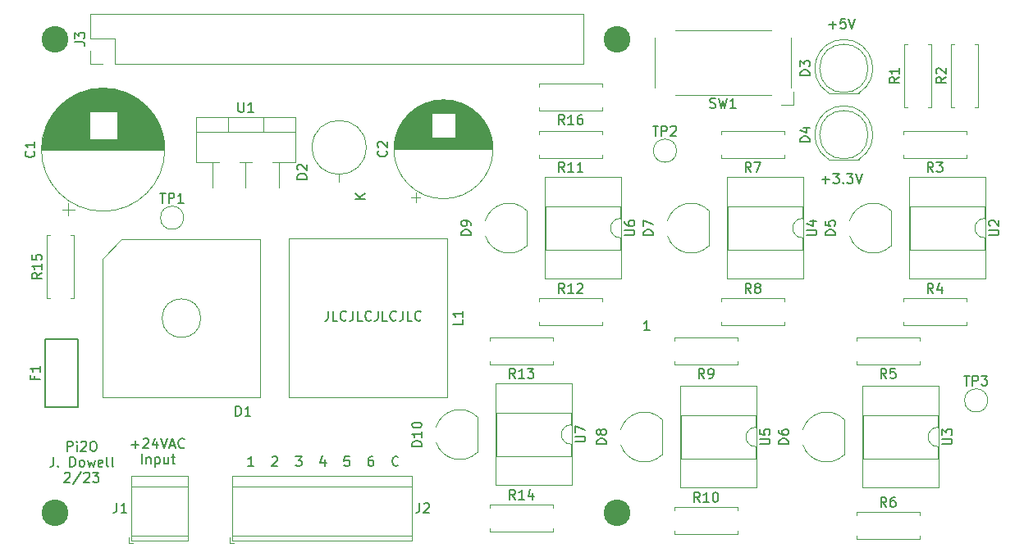
<source format=gbr>
%TF.GenerationSoftware,KiCad,Pcbnew,(6.0.11-0)*%
%TF.CreationDate,2023-02-13T11:09:09-07:00*%
%TF.ProjectId,Pi20,50693230-2e6b-4696-9361-645f70636258,rev?*%
%TF.SameCoordinates,Original*%
%TF.FileFunction,Legend,Top*%
%TF.FilePolarity,Positive*%
%FSLAX46Y46*%
G04 Gerber Fmt 4.6, Leading zero omitted, Abs format (unit mm)*
G04 Created by KiCad (PCBNEW (6.0.11-0)) date 2023-02-13 11:09:09*
%MOMM*%
%LPD*%
G01*
G04 APERTURE LIST*
%ADD10C,0.150000*%
%ADD11C,0.180000*%
%ADD12C,0.120000*%
%ADD13C,2.750000*%
G04 APERTURE END LIST*
D10*
X67720952Y-70692380D02*
X67720952Y-71406666D01*
X67673333Y-71549523D01*
X67578095Y-71644761D01*
X67435238Y-71692380D01*
X67340000Y-71692380D01*
X68673333Y-71692380D02*
X68197142Y-71692380D01*
X68197142Y-70692380D01*
X69578095Y-71597142D02*
X69530476Y-71644761D01*
X69387619Y-71692380D01*
X69292380Y-71692380D01*
X69149523Y-71644761D01*
X69054285Y-71549523D01*
X69006666Y-71454285D01*
X68959047Y-71263809D01*
X68959047Y-71120952D01*
X69006666Y-70930476D01*
X69054285Y-70835238D01*
X69149523Y-70740000D01*
X69292380Y-70692380D01*
X69387619Y-70692380D01*
X69530476Y-70740000D01*
X69578095Y-70787619D01*
X70292380Y-70692380D02*
X70292380Y-71406666D01*
X70244761Y-71549523D01*
X70149523Y-71644761D01*
X70006666Y-71692380D01*
X69911428Y-71692380D01*
X71244761Y-71692380D02*
X70768571Y-71692380D01*
X70768571Y-70692380D01*
X72149523Y-71597142D02*
X72101904Y-71644761D01*
X71959047Y-71692380D01*
X71863809Y-71692380D01*
X71720952Y-71644761D01*
X71625714Y-71549523D01*
X71578095Y-71454285D01*
X71530476Y-71263809D01*
X71530476Y-71120952D01*
X71578095Y-70930476D01*
X71625714Y-70835238D01*
X71720952Y-70740000D01*
X71863809Y-70692380D01*
X71959047Y-70692380D01*
X72101904Y-70740000D01*
X72149523Y-70787619D01*
X72863809Y-70692380D02*
X72863809Y-71406666D01*
X72816190Y-71549523D01*
X72720952Y-71644761D01*
X72578095Y-71692380D01*
X72482857Y-71692380D01*
X73816190Y-71692380D02*
X73340000Y-71692380D01*
X73340000Y-70692380D01*
X74720952Y-71597142D02*
X74673333Y-71644761D01*
X74530476Y-71692380D01*
X74435238Y-71692380D01*
X74292380Y-71644761D01*
X74197142Y-71549523D01*
X74149523Y-71454285D01*
X74101904Y-71263809D01*
X74101904Y-71120952D01*
X74149523Y-70930476D01*
X74197142Y-70835238D01*
X74292380Y-70740000D01*
X74435238Y-70692380D01*
X74530476Y-70692380D01*
X74673333Y-70740000D01*
X74720952Y-70787619D01*
X75435238Y-70692380D02*
X75435238Y-71406666D01*
X75387619Y-71549523D01*
X75292380Y-71644761D01*
X75149523Y-71692380D01*
X75054285Y-71692380D01*
X76387619Y-71692380D02*
X75911428Y-71692380D01*
X75911428Y-70692380D01*
X77292380Y-71597142D02*
X77244761Y-71644761D01*
X77101904Y-71692380D01*
X77006666Y-71692380D01*
X76863809Y-71644761D01*
X76768571Y-71549523D01*
X76720952Y-71454285D01*
X76673333Y-71263809D01*
X76673333Y-71120952D01*
X76720952Y-70930476D01*
X76768571Y-70835238D01*
X76863809Y-70740000D01*
X77006666Y-70692380D01*
X77101904Y-70692380D01*
X77244761Y-70740000D01*
X77292380Y-70787619D01*
X100885714Y-72686380D02*
X100314285Y-72686380D01*
X100600000Y-72686380D02*
X100600000Y-71686380D01*
X100504761Y-71829238D01*
X100409523Y-71924476D01*
X100314285Y-71972095D01*
D11*
X47439523Y-84486428D02*
X48201428Y-84486428D01*
X47820476Y-84867380D02*
X47820476Y-84105476D01*
X48630000Y-83962619D02*
X48677619Y-83915000D01*
X48772857Y-83867380D01*
X49010952Y-83867380D01*
X49106190Y-83915000D01*
X49153809Y-83962619D01*
X49201428Y-84057857D01*
X49201428Y-84153095D01*
X49153809Y-84295952D01*
X48582380Y-84867380D01*
X49201428Y-84867380D01*
X50058571Y-84200714D02*
X50058571Y-84867380D01*
X49820476Y-83819761D02*
X49582380Y-84534047D01*
X50201428Y-84534047D01*
X50439523Y-83867380D02*
X50772857Y-84867380D01*
X51106190Y-83867380D01*
X51391904Y-84581666D02*
X51868095Y-84581666D01*
X51296666Y-84867380D02*
X51630000Y-83867380D01*
X51963333Y-84867380D01*
X52868095Y-84772142D02*
X52820476Y-84819761D01*
X52677619Y-84867380D01*
X52582380Y-84867380D01*
X52439523Y-84819761D01*
X52344285Y-84724523D01*
X52296666Y-84629285D01*
X52249047Y-84438809D01*
X52249047Y-84295952D01*
X52296666Y-84105476D01*
X52344285Y-84010238D01*
X52439523Y-83915000D01*
X52582380Y-83867380D01*
X52677619Y-83867380D01*
X52820476Y-83915000D01*
X52868095Y-83962619D01*
X48487142Y-86477380D02*
X48487142Y-85477380D01*
X48963333Y-85810714D02*
X48963333Y-86477380D01*
X48963333Y-85905952D02*
X49010952Y-85858333D01*
X49106190Y-85810714D01*
X49249047Y-85810714D01*
X49344285Y-85858333D01*
X49391904Y-85953571D01*
X49391904Y-86477380D01*
X49868095Y-85810714D02*
X49868095Y-86810714D01*
X49868095Y-85858333D02*
X49963333Y-85810714D01*
X50153809Y-85810714D01*
X50249047Y-85858333D01*
X50296666Y-85905952D01*
X50344285Y-86001190D01*
X50344285Y-86286904D01*
X50296666Y-86382142D01*
X50249047Y-86429761D01*
X50153809Y-86477380D01*
X49963333Y-86477380D01*
X49868095Y-86429761D01*
X51201428Y-85810714D02*
X51201428Y-86477380D01*
X50772857Y-85810714D02*
X50772857Y-86334523D01*
X50820476Y-86429761D01*
X50915714Y-86477380D01*
X51058571Y-86477380D01*
X51153809Y-86429761D01*
X51201428Y-86382142D01*
X51534761Y-85810714D02*
X51915714Y-85810714D01*
X51677619Y-85477380D02*
X51677619Y-86334523D01*
X51725238Y-86429761D01*
X51820476Y-86477380D01*
X51915714Y-86477380D01*
X119384285Y-41107428D02*
X120146190Y-41107428D01*
X119765238Y-41488380D02*
X119765238Y-40726476D01*
X121098571Y-40488380D02*
X120622380Y-40488380D01*
X120574761Y-40964571D01*
X120622380Y-40916952D01*
X120717619Y-40869333D01*
X120955714Y-40869333D01*
X121050952Y-40916952D01*
X121098571Y-40964571D01*
X121146190Y-41059809D01*
X121146190Y-41297904D01*
X121098571Y-41393142D01*
X121050952Y-41440761D01*
X120955714Y-41488380D01*
X120717619Y-41488380D01*
X120622380Y-41440761D01*
X120574761Y-41393142D01*
X121431904Y-40488380D02*
X121765238Y-41488380D01*
X122098571Y-40488380D01*
X118670000Y-57109428D02*
X119431904Y-57109428D01*
X119050952Y-57490380D02*
X119050952Y-56728476D01*
X119812857Y-56490380D02*
X120431904Y-56490380D01*
X120098571Y-56871333D01*
X120241428Y-56871333D01*
X120336666Y-56918952D01*
X120384285Y-56966571D01*
X120431904Y-57061809D01*
X120431904Y-57299904D01*
X120384285Y-57395142D01*
X120336666Y-57442761D01*
X120241428Y-57490380D01*
X119955714Y-57490380D01*
X119860476Y-57442761D01*
X119812857Y-57395142D01*
X120860476Y-57395142D02*
X120908095Y-57442761D01*
X120860476Y-57490380D01*
X120812857Y-57442761D01*
X120860476Y-57395142D01*
X120860476Y-57490380D01*
X121241428Y-56490380D02*
X121860476Y-56490380D01*
X121527142Y-56871333D01*
X121670000Y-56871333D01*
X121765238Y-56918952D01*
X121812857Y-56966571D01*
X121860476Y-57061809D01*
X121860476Y-57299904D01*
X121812857Y-57395142D01*
X121765238Y-57442761D01*
X121670000Y-57490380D01*
X121384285Y-57490380D01*
X121289047Y-57442761D01*
X121241428Y-57395142D01*
X122146190Y-56490380D02*
X122479523Y-57490380D01*
X122812857Y-56490380D01*
X60033333Y-86702380D02*
X59461904Y-86702380D01*
X59747619Y-86702380D02*
X59747619Y-85702380D01*
X59652380Y-85845238D01*
X59557142Y-85940476D01*
X59461904Y-85988095D01*
X61938095Y-85797619D02*
X61985714Y-85750000D01*
X62080952Y-85702380D01*
X62319047Y-85702380D01*
X62414285Y-85750000D01*
X62461904Y-85797619D01*
X62509523Y-85892857D01*
X62509523Y-85988095D01*
X62461904Y-86130952D01*
X61890476Y-86702380D01*
X62509523Y-86702380D01*
X64366666Y-85702380D02*
X64985714Y-85702380D01*
X64652380Y-86083333D01*
X64795238Y-86083333D01*
X64890476Y-86130952D01*
X64938095Y-86178571D01*
X64985714Y-86273809D01*
X64985714Y-86511904D01*
X64938095Y-86607142D01*
X64890476Y-86654761D01*
X64795238Y-86702380D01*
X64509523Y-86702380D01*
X64414285Y-86654761D01*
X64366666Y-86607142D01*
X67366666Y-86035714D02*
X67366666Y-86702380D01*
X67128571Y-85654761D02*
X66890476Y-86369047D01*
X67509523Y-86369047D01*
X69890476Y-85702380D02*
X69414285Y-85702380D01*
X69366666Y-86178571D01*
X69414285Y-86130952D01*
X69509523Y-86083333D01*
X69747619Y-86083333D01*
X69842857Y-86130952D01*
X69890476Y-86178571D01*
X69938095Y-86273809D01*
X69938095Y-86511904D01*
X69890476Y-86607142D01*
X69842857Y-86654761D01*
X69747619Y-86702380D01*
X69509523Y-86702380D01*
X69414285Y-86654761D01*
X69366666Y-86607142D01*
X72319047Y-85702380D02*
X72128571Y-85702380D01*
X72033333Y-85750000D01*
X71985714Y-85797619D01*
X71890476Y-85940476D01*
X71842857Y-86130952D01*
X71842857Y-86511904D01*
X71890476Y-86607142D01*
X71938095Y-86654761D01*
X72033333Y-86702380D01*
X72223809Y-86702380D01*
X72319047Y-86654761D01*
X72366666Y-86607142D01*
X72414285Y-86511904D01*
X72414285Y-86273809D01*
X72366666Y-86178571D01*
X72319047Y-86130952D01*
X72223809Y-86083333D01*
X72033333Y-86083333D01*
X71938095Y-86130952D01*
X71890476Y-86178571D01*
X71842857Y-86273809D01*
X74938095Y-86607142D02*
X74890476Y-86654761D01*
X74747619Y-86702380D01*
X74652380Y-86702380D01*
X74509523Y-86654761D01*
X74414285Y-86559523D01*
X74366666Y-86464285D01*
X74319047Y-86273809D01*
X74319047Y-86130952D01*
X74366666Y-85940476D01*
X74414285Y-85845238D01*
X74509523Y-85750000D01*
X74652380Y-85702380D01*
X74747619Y-85702380D01*
X74890476Y-85750000D01*
X74938095Y-85797619D01*
X40780000Y-85162380D02*
X40780000Y-84162380D01*
X41160952Y-84162380D01*
X41256190Y-84210000D01*
X41303809Y-84257619D01*
X41351428Y-84352857D01*
X41351428Y-84495714D01*
X41303809Y-84590952D01*
X41256190Y-84638571D01*
X41160952Y-84686190D01*
X40780000Y-84686190D01*
X41780000Y-85162380D02*
X41780000Y-84495714D01*
X41780000Y-84162380D02*
X41732380Y-84210000D01*
X41780000Y-84257619D01*
X41827619Y-84210000D01*
X41780000Y-84162380D01*
X41780000Y-84257619D01*
X42208571Y-84257619D02*
X42256190Y-84210000D01*
X42351428Y-84162380D01*
X42589523Y-84162380D01*
X42684761Y-84210000D01*
X42732380Y-84257619D01*
X42780000Y-84352857D01*
X42780000Y-84448095D01*
X42732380Y-84590952D01*
X42160952Y-85162380D01*
X42780000Y-85162380D01*
X43399047Y-84162380D02*
X43589523Y-84162380D01*
X43684761Y-84210000D01*
X43780000Y-84305238D01*
X43827619Y-84495714D01*
X43827619Y-84829047D01*
X43780000Y-85019523D01*
X43684761Y-85114761D01*
X43589523Y-85162380D01*
X43399047Y-85162380D01*
X43303809Y-85114761D01*
X43208571Y-85019523D01*
X43160952Y-84829047D01*
X43160952Y-84495714D01*
X43208571Y-84305238D01*
X43303809Y-84210000D01*
X43399047Y-84162380D01*
X39375238Y-85772380D02*
X39375238Y-86486666D01*
X39327619Y-86629523D01*
X39232380Y-86724761D01*
X39089523Y-86772380D01*
X38994285Y-86772380D01*
X39851428Y-86677142D02*
X39899047Y-86724761D01*
X39851428Y-86772380D01*
X39803809Y-86724761D01*
X39851428Y-86677142D01*
X39851428Y-86772380D01*
X41089523Y-86772380D02*
X41089523Y-85772380D01*
X41327619Y-85772380D01*
X41470476Y-85820000D01*
X41565714Y-85915238D01*
X41613333Y-86010476D01*
X41660952Y-86200952D01*
X41660952Y-86343809D01*
X41613333Y-86534285D01*
X41565714Y-86629523D01*
X41470476Y-86724761D01*
X41327619Y-86772380D01*
X41089523Y-86772380D01*
X42232380Y-86772380D02*
X42137142Y-86724761D01*
X42089523Y-86677142D01*
X42041904Y-86581904D01*
X42041904Y-86296190D01*
X42089523Y-86200952D01*
X42137142Y-86153333D01*
X42232380Y-86105714D01*
X42375238Y-86105714D01*
X42470476Y-86153333D01*
X42518095Y-86200952D01*
X42565714Y-86296190D01*
X42565714Y-86581904D01*
X42518095Y-86677142D01*
X42470476Y-86724761D01*
X42375238Y-86772380D01*
X42232380Y-86772380D01*
X42899047Y-86105714D02*
X43089523Y-86772380D01*
X43280000Y-86296190D01*
X43470476Y-86772380D01*
X43660952Y-86105714D01*
X44422857Y-86724761D02*
X44327619Y-86772380D01*
X44137142Y-86772380D01*
X44041904Y-86724761D01*
X43994285Y-86629523D01*
X43994285Y-86248571D01*
X44041904Y-86153333D01*
X44137142Y-86105714D01*
X44327619Y-86105714D01*
X44422857Y-86153333D01*
X44470476Y-86248571D01*
X44470476Y-86343809D01*
X43994285Y-86439047D01*
X45041904Y-86772380D02*
X44946666Y-86724761D01*
X44899047Y-86629523D01*
X44899047Y-85772380D01*
X45565714Y-86772380D02*
X45470476Y-86724761D01*
X45422857Y-86629523D01*
X45422857Y-85772380D01*
X40518095Y-87477619D02*
X40565714Y-87430000D01*
X40660952Y-87382380D01*
X40899047Y-87382380D01*
X40994285Y-87430000D01*
X41041904Y-87477619D01*
X41089523Y-87572857D01*
X41089523Y-87668095D01*
X41041904Y-87810952D01*
X40470476Y-88382380D01*
X41089523Y-88382380D01*
X42232380Y-87334761D02*
X41375238Y-88620476D01*
X42518095Y-87477619D02*
X42565714Y-87430000D01*
X42660952Y-87382380D01*
X42899047Y-87382380D01*
X42994285Y-87430000D01*
X43041904Y-87477619D01*
X43089523Y-87572857D01*
X43089523Y-87668095D01*
X43041904Y-87810952D01*
X42470476Y-88382380D01*
X43089523Y-88382380D01*
X43422857Y-87382380D02*
X44041904Y-87382380D01*
X43708571Y-87763333D01*
X43851428Y-87763333D01*
X43946666Y-87810952D01*
X43994285Y-87858571D01*
X44041904Y-87953809D01*
X44041904Y-88191904D01*
X43994285Y-88287142D01*
X43946666Y-88334761D01*
X43851428Y-88382380D01*
X43565714Y-88382380D01*
X43470476Y-88334761D01*
X43422857Y-88287142D01*
D10*
%TO.C,C1*%
X37349142Y-54174666D02*
X37396761Y-54222285D01*
X37444380Y-54365142D01*
X37444380Y-54460380D01*
X37396761Y-54603238D01*
X37301523Y-54698476D01*
X37206285Y-54746095D01*
X37015809Y-54793714D01*
X36872952Y-54793714D01*
X36682476Y-54746095D01*
X36587238Y-54698476D01*
X36492000Y-54603238D01*
X36444380Y-54460380D01*
X36444380Y-54365142D01*
X36492000Y-54222285D01*
X36539619Y-54174666D01*
X37444380Y-53222285D02*
X37444380Y-53793714D01*
X37444380Y-53508000D02*
X36444380Y-53508000D01*
X36587238Y-53603238D01*
X36682476Y-53698476D01*
X36730095Y-53793714D01*
%TO.C,C2*%
X73719142Y-54134666D02*
X73766761Y-54182285D01*
X73814380Y-54325142D01*
X73814380Y-54420380D01*
X73766761Y-54563238D01*
X73671523Y-54658476D01*
X73576285Y-54706095D01*
X73385809Y-54753714D01*
X73242952Y-54753714D01*
X73052476Y-54706095D01*
X72957238Y-54658476D01*
X72862000Y-54563238D01*
X72814380Y-54420380D01*
X72814380Y-54325142D01*
X72862000Y-54182285D01*
X72909619Y-54134666D01*
X72909619Y-53753714D02*
X72862000Y-53706095D01*
X72814380Y-53610857D01*
X72814380Y-53372761D01*
X72862000Y-53277523D01*
X72909619Y-53229904D01*
X73004857Y-53182285D01*
X73100095Y-53182285D01*
X73242952Y-53229904D01*
X73814380Y-53801333D01*
X73814380Y-53182285D01*
%TO.C,J1*%
X45914666Y-90526380D02*
X45914666Y-91240666D01*
X45867047Y-91383523D01*
X45771809Y-91478761D01*
X45628952Y-91526380D01*
X45533714Y-91526380D01*
X46914666Y-91526380D02*
X46343238Y-91526380D01*
X46628952Y-91526380D02*
X46628952Y-90526380D01*
X46533714Y-90669238D01*
X46438476Y-90764476D01*
X46343238Y-90812095D01*
%TO.C,J2*%
X77156666Y-90526380D02*
X77156666Y-91240666D01*
X77109047Y-91383523D01*
X77013809Y-91478761D01*
X76870952Y-91526380D01*
X76775714Y-91526380D01*
X77585238Y-90621619D02*
X77632857Y-90574000D01*
X77728095Y-90526380D01*
X77966190Y-90526380D01*
X78061428Y-90574000D01*
X78109047Y-90621619D01*
X78156666Y-90716857D01*
X78156666Y-90812095D01*
X78109047Y-90954952D01*
X77537619Y-91526380D01*
X78156666Y-91526380D01*
%TO.C,J3*%
X41592380Y-42893333D02*
X42306666Y-42893333D01*
X42449523Y-42940952D01*
X42544761Y-43036190D01*
X42592380Y-43179047D01*
X42592380Y-43274285D01*
X41592380Y-42512380D02*
X41592380Y-41893333D01*
X41973333Y-42226666D01*
X41973333Y-42083809D01*
X42020952Y-41988571D01*
X42068571Y-41940952D01*
X42163809Y-41893333D01*
X42401904Y-41893333D01*
X42497142Y-41940952D01*
X42544761Y-41988571D01*
X42592380Y-42083809D01*
X42592380Y-42369523D01*
X42544761Y-42464761D01*
X42497142Y-42512380D01*
%TO.C,D1*%
X58183904Y-81530380D02*
X58183904Y-80530380D01*
X58422000Y-80530380D01*
X58564857Y-80578000D01*
X58660095Y-80673238D01*
X58707714Y-80768476D01*
X58755333Y-80958952D01*
X58755333Y-81101809D01*
X58707714Y-81292285D01*
X58660095Y-81387523D01*
X58564857Y-81482761D01*
X58422000Y-81530380D01*
X58183904Y-81530380D01*
X59707714Y-81530380D02*
X59136285Y-81530380D01*
X59422000Y-81530380D02*
X59422000Y-80530380D01*
X59326761Y-80673238D01*
X59231523Y-80768476D01*
X59136285Y-80816095D01*
%TO.C,D2*%
X65519380Y-57056095D02*
X64519380Y-57056095D01*
X64519380Y-56818000D01*
X64567000Y-56675142D01*
X64662238Y-56579904D01*
X64757476Y-56532285D01*
X64947952Y-56484666D01*
X65090809Y-56484666D01*
X65281285Y-56532285D01*
X65376523Y-56579904D01*
X65471761Y-56675142D01*
X65519380Y-56818000D01*
X65519380Y-57056095D01*
X64614619Y-56103714D02*
X64567000Y-56056095D01*
X64519380Y-55960857D01*
X64519380Y-55722761D01*
X64567000Y-55627523D01*
X64614619Y-55579904D01*
X64709857Y-55532285D01*
X64805095Y-55532285D01*
X64947952Y-55579904D01*
X65519380Y-56151333D01*
X65519380Y-55532285D01*
X71504380Y-59119904D02*
X70504380Y-59119904D01*
X71504380Y-58548476D02*
X70932952Y-58977047D01*
X70504380Y-58548476D02*
X71075809Y-59119904D01*
%TO.C,D4*%
X117416380Y-53204095D02*
X116416380Y-53204095D01*
X116416380Y-52966000D01*
X116464000Y-52823142D01*
X116559238Y-52727904D01*
X116654476Y-52680285D01*
X116844952Y-52632666D01*
X116987809Y-52632666D01*
X117178285Y-52680285D01*
X117273523Y-52727904D01*
X117368761Y-52823142D01*
X117416380Y-52966000D01*
X117416380Y-53204095D01*
X116749714Y-51775523D02*
X117416380Y-51775523D01*
X116368761Y-52013619D02*
X117083047Y-52251714D01*
X117083047Y-51632666D01*
%TO.C,D5*%
X120024380Y-62856095D02*
X119024380Y-62856095D01*
X119024380Y-62618000D01*
X119072000Y-62475142D01*
X119167238Y-62379904D01*
X119262476Y-62332285D01*
X119452952Y-62284666D01*
X119595809Y-62284666D01*
X119786285Y-62332285D01*
X119881523Y-62379904D01*
X119976761Y-62475142D01*
X120024380Y-62618000D01*
X120024380Y-62856095D01*
X119024380Y-61379904D02*
X119024380Y-61856095D01*
X119500571Y-61903714D01*
X119452952Y-61856095D01*
X119405333Y-61760857D01*
X119405333Y-61522761D01*
X119452952Y-61427523D01*
X119500571Y-61379904D01*
X119595809Y-61332285D01*
X119833904Y-61332285D01*
X119929142Y-61379904D01*
X119976761Y-61427523D01*
X120024380Y-61522761D01*
X120024380Y-61760857D01*
X119976761Y-61856095D01*
X119929142Y-61903714D01*
%TO.C,D6*%
X115198380Y-84446095D02*
X114198380Y-84446095D01*
X114198380Y-84208000D01*
X114246000Y-84065142D01*
X114341238Y-83969904D01*
X114436476Y-83922285D01*
X114626952Y-83874666D01*
X114769809Y-83874666D01*
X114960285Y-83922285D01*
X115055523Y-83969904D01*
X115150761Y-84065142D01*
X115198380Y-84208000D01*
X115198380Y-84446095D01*
X114198380Y-83017523D02*
X114198380Y-83208000D01*
X114246000Y-83303238D01*
X114293619Y-83350857D01*
X114436476Y-83446095D01*
X114626952Y-83493714D01*
X115007904Y-83493714D01*
X115103142Y-83446095D01*
X115150761Y-83398476D01*
X115198380Y-83303238D01*
X115198380Y-83112761D01*
X115150761Y-83017523D01*
X115103142Y-82969904D01*
X115007904Y-82922285D01*
X114769809Y-82922285D01*
X114674571Y-82969904D01*
X114626952Y-83017523D01*
X114579333Y-83112761D01*
X114579333Y-83303238D01*
X114626952Y-83398476D01*
X114674571Y-83446095D01*
X114769809Y-83493714D01*
%TO.C,D7*%
X101228380Y-62856095D02*
X100228380Y-62856095D01*
X100228380Y-62618000D01*
X100276000Y-62475142D01*
X100371238Y-62379904D01*
X100466476Y-62332285D01*
X100656952Y-62284666D01*
X100799809Y-62284666D01*
X100990285Y-62332285D01*
X101085523Y-62379904D01*
X101180761Y-62475142D01*
X101228380Y-62618000D01*
X101228380Y-62856095D01*
X100228380Y-61951333D02*
X100228380Y-61284666D01*
X101228380Y-61713238D01*
%TO.C,D8*%
X96402380Y-84446095D02*
X95402380Y-84446095D01*
X95402380Y-84208000D01*
X95450000Y-84065142D01*
X95545238Y-83969904D01*
X95640476Y-83922285D01*
X95830952Y-83874666D01*
X95973809Y-83874666D01*
X96164285Y-83922285D01*
X96259523Y-83969904D01*
X96354761Y-84065142D01*
X96402380Y-84208000D01*
X96402380Y-84446095D01*
X95830952Y-83303238D02*
X95783333Y-83398476D01*
X95735714Y-83446095D01*
X95640476Y-83493714D01*
X95592857Y-83493714D01*
X95497619Y-83446095D01*
X95450000Y-83398476D01*
X95402380Y-83303238D01*
X95402380Y-83112761D01*
X95450000Y-83017523D01*
X95497619Y-82969904D01*
X95592857Y-82922285D01*
X95640476Y-82922285D01*
X95735714Y-82969904D01*
X95783333Y-83017523D01*
X95830952Y-83112761D01*
X95830952Y-83303238D01*
X95878571Y-83398476D01*
X95926190Y-83446095D01*
X96021428Y-83493714D01*
X96211904Y-83493714D01*
X96307142Y-83446095D01*
X96354761Y-83398476D01*
X96402380Y-83303238D01*
X96402380Y-83112761D01*
X96354761Y-83017523D01*
X96307142Y-82969904D01*
X96211904Y-82922285D01*
X96021428Y-82922285D01*
X95926190Y-82969904D01*
X95878571Y-83017523D01*
X95830952Y-83112761D01*
%TO.C,D9*%
X82432380Y-62856095D02*
X81432380Y-62856095D01*
X81432380Y-62618000D01*
X81480000Y-62475142D01*
X81575238Y-62379904D01*
X81670476Y-62332285D01*
X81860952Y-62284666D01*
X82003809Y-62284666D01*
X82194285Y-62332285D01*
X82289523Y-62379904D01*
X82384761Y-62475142D01*
X82432380Y-62618000D01*
X82432380Y-62856095D01*
X82432380Y-61808476D02*
X82432380Y-61618000D01*
X82384761Y-61522761D01*
X82337142Y-61475142D01*
X82194285Y-61379904D01*
X82003809Y-61332285D01*
X81622857Y-61332285D01*
X81527619Y-61379904D01*
X81480000Y-61427523D01*
X81432380Y-61522761D01*
X81432380Y-61713238D01*
X81480000Y-61808476D01*
X81527619Y-61856095D01*
X81622857Y-61903714D01*
X81860952Y-61903714D01*
X81956190Y-61856095D01*
X82003809Y-61808476D01*
X82051428Y-61713238D01*
X82051428Y-61522761D01*
X82003809Y-61427523D01*
X81956190Y-61379904D01*
X81860952Y-61332285D01*
%TO.C,D10*%
X77352380Y-84668285D02*
X76352380Y-84668285D01*
X76352380Y-84430190D01*
X76400000Y-84287333D01*
X76495238Y-84192095D01*
X76590476Y-84144476D01*
X76780952Y-84096857D01*
X76923809Y-84096857D01*
X77114285Y-84144476D01*
X77209523Y-84192095D01*
X77304761Y-84287333D01*
X77352380Y-84430190D01*
X77352380Y-84668285D01*
X77352380Y-83144476D02*
X77352380Y-83715904D01*
X77352380Y-83430190D02*
X76352380Y-83430190D01*
X76495238Y-83525428D01*
X76590476Y-83620666D01*
X76638095Y-83715904D01*
X76352380Y-82525428D02*
X76352380Y-82430190D01*
X76400000Y-82334952D01*
X76447619Y-82287333D01*
X76542857Y-82239714D01*
X76733333Y-82192095D01*
X76971428Y-82192095D01*
X77161904Y-82239714D01*
X77257142Y-82287333D01*
X77304761Y-82334952D01*
X77352380Y-82430190D01*
X77352380Y-82525428D01*
X77304761Y-82620666D01*
X77257142Y-82668285D01*
X77161904Y-82715904D01*
X76971428Y-82763523D01*
X76733333Y-82763523D01*
X76542857Y-82715904D01*
X76447619Y-82668285D01*
X76400000Y-82620666D01*
X76352380Y-82525428D01*
%TO.C,F1*%
X37450571Y-77421333D02*
X37450571Y-77754666D01*
X37974380Y-77754666D02*
X36974380Y-77754666D01*
X36974380Y-77278476D01*
X37974380Y-76373714D02*
X37974380Y-76945142D01*
X37974380Y-76659428D02*
X36974380Y-76659428D01*
X37117238Y-76754666D01*
X37212476Y-76849904D01*
X37260095Y-76945142D01*
%TO.C,L1*%
X81569380Y-71564666D02*
X81569380Y-72040857D01*
X80569380Y-72040857D01*
X81569380Y-70707523D02*
X81569380Y-71278952D01*
X81569380Y-70993238D02*
X80569380Y-70993238D01*
X80712238Y-71088476D01*
X80807476Y-71183714D01*
X80855095Y-71278952D01*
%TO.C,R2*%
X131452380Y-46536666D02*
X130976190Y-46870000D01*
X131452380Y-47108095D02*
X130452380Y-47108095D01*
X130452380Y-46727142D01*
X130500000Y-46631904D01*
X130547619Y-46584285D01*
X130642857Y-46536666D01*
X130785714Y-46536666D01*
X130880952Y-46584285D01*
X130928571Y-46631904D01*
X130976190Y-46727142D01*
X130976190Y-47108095D01*
X130547619Y-46155714D02*
X130500000Y-46108095D01*
X130452380Y-46012857D01*
X130452380Y-45774761D01*
X130500000Y-45679523D01*
X130547619Y-45631904D01*
X130642857Y-45584285D01*
X130738095Y-45584285D01*
X130880952Y-45631904D01*
X131452380Y-46203333D01*
X131452380Y-45584285D01*
%TO.C,R3*%
X130155333Y-56304380D02*
X129822000Y-55828190D01*
X129583904Y-56304380D02*
X129583904Y-55304380D01*
X129964857Y-55304380D01*
X130060095Y-55352000D01*
X130107714Y-55399619D01*
X130155333Y-55494857D01*
X130155333Y-55637714D01*
X130107714Y-55732952D01*
X130060095Y-55780571D01*
X129964857Y-55828190D01*
X129583904Y-55828190D01*
X130488666Y-55304380D02*
X131107714Y-55304380D01*
X130774380Y-55685333D01*
X130917238Y-55685333D01*
X131012476Y-55732952D01*
X131060095Y-55780571D01*
X131107714Y-55875809D01*
X131107714Y-56113904D01*
X131060095Y-56209142D01*
X131012476Y-56256761D01*
X130917238Y-56304380D01*
X130631523Y-56304380D01*
X130536285Y-56256761D01*
X130488666Y-56209142D01*
%TO.C,R4*%
X130155333Y-68836380D02*
X129822000Y-68360190D01*
X129583904Y-68836380D02*
X129583904Y-67836380D01*
X129964857Y-67836380D01*
X130060095Y-67884000D01*
X130107714Y-67931619D01*
X130155333Y-68026857D01*
X130155333Y-68169714D01*
X130107714Y-68264952D01*
X130060095Y-68312571D01*
X129964857Y-68360190D01*
X129583904Y-68360190D01*
X131012476Y-68169714D02*
X131012476Y-68836380D01*
X130774380Y-67788761D02*
X130536285Y-68503047D01*
X131155333Y-68503047D01*
%TO.C,R5*%
X125329333Y-77640380D02*
X124996000Y-77164190D01*
X124757904Y-77640380D02*
X124757904Y-76640380D01*
X125138857Y-76640380D01*
X125234095Y-76688000D01*
X125281714Y-76735619D01*
X125329333Y-76830857D01*
X125329333Y-76973714D01*
X125281714Y-77068952D01*
X125234095Y-77116571D01*
X125138857Y-77164190D01*
X124757904Y-77164190D01*
X126234095Y-76640380D02*
X125757904Y-76640380D01*
X125710285Y-77116571D01*
X125757904Y-77068952D01*
X125853142Y-77021333D01*
X126091238Y-77021333D01*
X126186476Y-77068952D01*
X126234095Y-77116571D01*
X126281714Y-77211809D01*
X126281714Y-77449904D01*
X126234095Y-77545142D01*
X126186476Y-77592761D01*
X126091238Y-77640380D01*
X125853142Y-77640380D01*
X125757904Y-77592761D01*
X125710285Y-77545142D01*
%TO.C,R6*%
X125329333Y-90934380D02*
X124996000Y-90458190D01*
X124757904Y-90934380D02*
X124757904Y-89934380D01*
X125138857Y-89934380D01*
X125234095Y-89982000D01*
X125281714Y-90029619D01*
X125329333Y-90124857D01*
X125329333Y-90267714D01*
X125281714Y-90362952D01*
X125234095Y-90410571D01*
X125138857Y-90458190D01*
X124757904Y-90458190D01*
X126186476Y-89934380D02*
X125996000Y-89934380D01*
X125900761Y-89982000D01*
X125853142Y-90029619D01*
X125757904Y-90172476D01*
X125710285Y-90362952D01*
X125710285Y-90743904D01*
X125757904Y-90839142D01*
X125805523Y-90886761D01*
X125900761Y-90934380D01*
X126091238Y-90934380D01*
X126186476Y-90886761D01*
X126234095Y-90839142D01*
X126281714Y-90743904D01*
X126281714Y-90505809D01*
X126234095Y-90410571D01*
X126186476Y-90362952D01*
X126091238Y-90315333D01*
X125900761Y-90315333D01*
X125805523Y-90362952D01*
X125757904Y-90410571D01*
X125710285Y-90505809D01*
%TO.C,R7*%
X111359333Y-56304380D02*
X111026000Y-55828190D01*
X110787904Y-56304380D02*
X110787904Y-55304380D01*
X111168857Y-55304380D01*
X111264095Y-55352000D01*
X111311714Y-55399619D01*
X111359333Y-55494857D01*
X111359333Y-55637714D01*
X111311714Y-55732952D01*
X111264095Y-55780571D01*
X111168857Y-55828190D01*
X110787904Y-55828190D01*
X111692666Y-55304380D02*
X112359333Y-55304380D01*
X111930761Y-56304380D01*
%TO.C,R8*%
X111359333Y-68836380D02*
X111026000Y-68360190D01*
X110787904Y-68836380D02*
X110787904Y-67836380D01*
X111168857Y-67836380D01*
X111264095Y-67884000D01*
X111311714Y-67931619D01*
X111359333Y-68026857D01*
X111359333Y-68169714D01*
X111311714Y-68264952D01*
X111264095Y-68312571D01*
X111168857Y-68360190D01*
X110787904Y-68360190D01*
X111930761Y-68264952D02*
X111835523Y-68217333D01*
X111787904Y-68169714D01*
X111740285Y-68074476D01*
X111740285Y-68026857D01*
X111787904Y-67931619D01*
X111835523Y-67884000D01*
X111930761Y-67836380D01*
X112121238Y-67836380D01*
X112216476Y-67884000D01*
X112264095Y-67931619D01*
X112311714Y-68026857D01*
X112311714Y-68074476D01*
X112264095Y-68169714D01*
X112216476Y-68217333D01*
X112121238Y-68264952D01*
X111930761Y-68264952D01*
X111835523Y-68312571D01*
X111787904Y-68360190D01*
X111740285Y-68455428D01*
X111740285Y-68645904D01*
X111787904Y-68741142D01*
X111835523Y-68788761D01*
X111930761Y-68836380D01*
X112121238Y-68836380D01*
X112216476Y-68788761D01*
X112264095Y-68741142D01*
X112311714Y-68645904D01*
X112311714Y-68455428D01*
X112264095Y-68360190D01*
X112216476Y-68312571D01*
X112121238Y-68264952D01*
%TO.C,R9*%
X106533333Y-77640380D02*
X106200000Y-77164190D01*
X105961904Y-77640380D02*
X105961904Y-76640380D01*
X106342857Y-76640380D01*
X106438095Y-76688000D01*
X106485714Y-76735619D01*
X106533333Y-76830857D01*
X106533333Y-76973714D01*
X106485714Y-77068952D01*
X106438095Y-77116571D01*
X106342857Y-77164190D01*
X105961904Y-77164190D01*
X107009523Y-77640380D02*
X107200000Y-77640380D01*
X107295238Y-77592761D01*
X107342857Y-77545142D01*
X107438095Y-77402285D01*
X107485714Y-77211809D01*
X107485714Y-76830857D01*
X107438095Y-76735619D01*
X107390476Y-76688000D01*
X107295238Y-76640380D01*
X107104761Y-76640380D01*
X107009523Y-76688000D01*
X106961904Y-76735619D01*
X106914285Y-76830857D01*
X106914285Y-77068952D01*
X106961904Y-77164190D01*
X107009523Y-77211809D01*
X107104761Y-77259428D01*
X107295238Y-77259428D01*
X107390476Y-77211809D01*
X107438095Y-77164190D01*
X107485714Y-77068952D01*
%TO.C,R10*%
X106057142Y-90426380D02*
X105723809Y-89950190D01*
X105485714Y-90426380D02*
X105485714Y-89426380D01*
X105866666Y-89426380D01*
X105961904Y-89474000D01*
X106009523Y-89521619D01*
X106057142Y-89616857D01*
X106057142Y-89759714D01*
X106009523Y-89854952D01*
X105961904Y-89902571D01*
X105866666Y-89950190D01*
X105485714Y-89950190D01*
X107009523Y-90426380D02*
X106438095Y-90426380D01*
X106723809Y-90426380D02*
X106723809Y-89426380D01*
X106628571Y-89569238D01*
X106533333Y-89664476D01*
X106438095Y-89712095D01*
X107628571Y-89426380D02*
X107723809Y-89426380D01*
X107819047Y-89474000D01*
X107866666Y-89521619D01*
X107914285Y-89616857D01*
X107961904Y-89807333D01*
X107961904Y-90045428D01*
X107914285Y-90235904D01*
X107866666Y-90331142D01*
X107819047Y-90378761D01*
X107723809Y-90426380D01*
X107628571Y-90426380D01*
X107533333Y-90378761D01*
X107485714Y-90331142D01*
X107438095Y-90235904D01*
X107390476Y-90045428D01*
X107390476Y-89807333D01*
X107438095Y-89616857D01*
X107485714Y-89521619D01*
X107533333Y-89474000D01*
X107628571Y-89426380D01*
%TO.C,R11*%
X92087142Y-56304380D02*
X91753809Y-55828190D01*
X91515714Y-56304380D02*
X91515714Y-55304380D01*
X91896666Y-55304380D01*
X91991904Y-55352000D01*
X92039523Y-55399619D01*
X92087142Y-55494857D01*
X92087142Y-55637714D01*
X92039523Y-55732952D01*
X91991904Y-55780571D01*
X91896666Y-55828190D01*
X91515714Y-55828190D01*
X93039523Y-56304380D02*
X92468095Y-56304380D01*
X92753809Y-56304380D02*
X92753809Y-55304380D01*
X92658571Y-55447238D01*
X92563333Y-55542476D01*
X92468095Y-55590095D01*
X93991904Y-56304380D02*
X93420476Y-56304380D01*
X93706190Y-56304380D02*
X93706190Y-55304380D01*
X93610952Y-55447238D01*
X93515714Y-55542476D01*
X93420476Y-55590095D01*
%TO.C,R12*%
X92087142Y-68836380D02*
X91753809Y-68360190D01*
X91515714Y-68836380D02*
X91515714Y-67836380D01*
X91896666Y-67836380D01*
X91991904Y-67884000D01*
X92039523Y-67931619D01*
X92087142Y-68026857D01*
X92087142Y-68169714D01*
X92039523Y-68264952D01*
X91991904Y-68312571D01*
X91896666Y-68360190D01*
X91515714Y-68360190D01*
X93039523Y-68836380D02*
X92468095Y-68836380D01*
X92753809Y-68836380D02*
X92753809Y-67836380D01*
X92658571Y-67979238D01*
X92563333Y-68074476D01*
X92468095Y-68122095D01*
X93420476Y-67931619D02*
X93468095Y-67884000D01*
X93563333Y-67836380D01*
X93801428Y-67836380D01*
X93896666Y-67884000D01*
X93944285Y-67931619D01*
X93991904Y-68026857D01*
X93991904Y-68122095D01*
X93944285Y-68264952D01*
X93372857Y-68836380D01*
X93991904Y-68836380D01*
%TO.C,R13*%
X87007142Y-77640380D02*
X86673809Y-77164190D01*
X86435714Y-77640380D02*
X86435714Y-76640380D01*
X86816666Y-76640380D01*
X86911904Y-76688000D01*
X86959523Y-76735619D01*
X87007142Y-76830857D01*
X87007142Y-76973714D01*
X86959523Y-77068952D01*
X86911904Y-77116571D01*
X86816666Y-77164190D01*
X86435714Y-77164190D01*
X87959523Y-77640380D02*
X87388095Y-77640380D01*
X87673809Y-77640380D02*
X87673809Y-76640380D01*
X87578571Y-76783238D01*
X87483333Y-76878476D01*
X87388095Y-76926095D01*
X88292857Y-76640380D02*
X88911904Y-76640380D01*
X88578571Y-77021333D01*
X88721428Y-77021333D01*
X88816666Y-77068952D01*
X88864285Y-77116571D01*
X88911904Y-77211809D01*
X88911904Y-77449904D01*
X88864285Y-77545142D01*
X88816666Y-77592761D01*
X88721428Y-77640380D01*
X88435714Y-77640380D01*
X88340476Y-77592761D01*
X88292857Y-77545142D01*
%TO.C,R14*%
X87007142Y-90172380D02*
X86673809Y-89696190D01*
X86435714Y-90172380D02*
X86435714Y-89172380D01*
X86816666Y-89172380D01*
X86911904Y-89220000D01*
X86959523Y-89267619D01*
X87007142Y-89362857D01*
X87007142Y-89505714D01*
X86959523Y-89600952D01*
X86911904Y-89648571D01*
X86816666Y-89696190D01*
X86435714Y-89696190D01*
X87959523Y-90172380D02*
X87388095Y-90172380D01*
X87673809Y-90172380D02*
X87673809Y-89172380D01*
X87578571Y-89315238D01*
X87483333Y-89410476D01*
X87388095Y-89458095D01*
X88816666Y-89505714D02*
X88816666Y-90172380D01*
X88578571Y-89124761D02*
X88340476Y-89839047D01*
X88959523Y-89839047D01*
%TO.C,SW1*%
X107118666Y-49642761D02*
X107261523Y-49690380D01*
X107499619Y-49690380D01*
X107594857Y-49642761D01*
X107642476Y-49595142D01*
X107690095Y-49499904D01*
X107690095Y-49404666D01*
X107642476Y-49309428D01*
X107594857Y-49261809D01*
X107499619Y-49214190D01*
X107309142Y-49166571D01*
X107213904Y-49118952D01*
X107166285Y-49071333D01*
X107118666Y-48976095D01*
X107118666Y-48880857D01*
X107166285Y-48785619D01*
X107213904Y-48738000D01*
X107309142Y-48690380D01*
X107547238Y-48690380D01*
X107690095Y-48738000D01*
X108023428Y-48690380D02*
X108261523Y-49690380D01*
X108452000Y-48976095D01*
X108642476Y-49690380D01*
X108880571Y-48690380D01*
X109785333Y-49690380D02*
X109213904Y-49690380D01*
X109499619Y-49690380D02*
X109499619Y-48690380D01*
X109404380Y-48833238D01*
X109309142Y-48928476D01*
X109213904Y-48976095D01*
%TO.C,U1*%
X58440095Y-49130380D02*
X58440095Y-49939904D01*
X58487714Y-50035142D01*
X58535333Y-50082761D01*
X58630571Y-50130380D01*
X58821047Y-50130380D01*
X58916285Y-50082761D01*
X58963904Y-50035142D01*
X59011523Y-49939904D01*
X59011523Y-49130380D01*
X60011523Y-50130380D02*
X59440095Y-50130380D01*
X59725809Y-50130380D02*
X59725809Y-49130380D01*
X59630571Y-49273238D01*
X59535333Y-49368476D01*
X59440095Y-49416095D01*
%TO.C,U2*%
X135914380Y-62879904D02*
X136723904Y-62879904D01*
X136819142Y-62832285D01*
X136866761Y-62784666D01*
X136914380Y-62689428D01*
X136914380Y-62498952D01*
X136866761Y-62403714D01*
X136819142Y-62356095D01*
X136723904Y-62308476D01*
X135914380Y-62308476D01*
X136009619Y-61879904D02*
X135962000Y-61832285D01*
X135914380Y-61737047D01*
X135914380Y-61498952D01*
X135962000Y-61403714D01*
X136009619Y-61356095D01*
X136104857Y-61308476D01*
X136200095Y-61308476D01*
X136342952Y-61356095D01*
X136914380Y-61927523D01*
X136914380Y-61308476D01*
%TO.C,U3*%
X131088380Y-84469904D02*
X131897904Y-84469904D01*
X131993142Y-84422285D01*
X132040761Y-84374666D01*
X132088380Y-84279428D01*
X132088380Y-84088952D01*
X132040761Y-83993714D01*
X131993142Y-83946095D01*
X131897904Y-83898476D01*
X131088380Y-83898476D01*
X131088380Y-83517523D02*
X131088380Y-82898476D01*
X131469333Y-83231809D01*
X131469333Y-83088952D01*
X131516952Y-82993714D01*
X131564571Y-82946095D01*
X131659809Y-82898476D01*
X131897904Y-82898476D01*
X131993142Y-82946095D01*
X132040761Y-82993714D01*
X132088380Y-83088952D01*
X132088380Y-83374666D01*
X132040761Y-83469904D01*
X131993142Y-83517523D01*
%TO.C,U4*%
X117118380Y-62879904D02*
X117927904Y-62879904D01*
X118023142Y-62832285D01*
X118070761Y-62784666D01*
X118118380Y-62689428D01*
X118118380Y-62498952D01*
X118070761Y-62403714D01*
X118023142Y-62356095D01*
X117927904Y-62308476D01*
X117118380Y-62308476D01*
X117451714Y-61403714D02*
X118118380Y-61403714D01*
X117070761Y-61641809D02*
X117785047Y-61879904D01*
X117785047Y-61260857D01*
%TO.C,U5*%
X112292380Y-84469904D02*
X113101904Y-84469904D01*
X113197142Y-84422285D01*
X113244761Y-84374666D01*
X113292380Y-84279428D01*
X113292380Y-84088952D01*
X113244761Y-83993714D01*
X113197142Y-83946095D01*
X113101904Y-83898476D01*
X112292380Y-83898476D01*
X112292380Y-82946095D02*
X112292380Y-83422285D01*
X112768571Y-83469904D01*
X112720952Y-83422285D01*
X112673333Y-83327047D01*
X112673333Y-83088952D01*
X112720952Y-82993714D01*
X112768571Y-82946095D01*
X112863809Y-82898476D01*
X113101904Y-82898476D01*
X113197142Y-82946095D01*
X113244761Y-82993714D01*
X113292380Y-83088952D01*
X113292380Y-83327047D01*
X113244761Y-83422285D01*
X113197142Y-83469904D01*
%TO.C,U6*%
X98322380Y-62879904D02*
X99131904Y-62879904D01*
X99227142Y-62832285D01*
X99274761Y-62784666D01*
X99322380Y-62689428D01*
X99322380Y-62498952D01*
X99274761Y-62403714D01*
X99227142Y-62356095D01*
X99131904Y-62308476D01*
X98322380Y-62308476D01*
X98322380Y-61403714D02*
X98322380Y-61594190D01*
X98370000Y-61689428D01*
X98417619Y-61737047D01*
X98560476Y-61832285D01*
X98750952Y-61879904D01*
X99131904Y-61879904D01*
X99227142Y-61832285D01*
X99274761Y-61784666D01*
X99322380Y-61689428D01*
X99322380Y-61498952D01*
X99274761Y-61403714D01*
X99227142Y-61356095D01*
X99131904Y-61308476D01*
X98893809Y-61308476D01*
X98798571Y-61356095D01*
X98750952Y-61403714D01*
X98703333Y-61498952D01*
X98703333Y-61689428D01*
X98750952Y-61784666D01*
X98798571Y-61832285D01*
X98893809Y-61879904D01*
%TO.C,U7*%
X93242380Y-84215904D02*
X94051904Y-84215904D01*
X94147142Y-84168285D01*
X94194761Y-84120666D01*
X94242380Y-84025428D01*
X94242380Y-83834952D01*
X94194761Y-83739714D01*
X94147142Y-83692095D01*
X94051904Y-83644476D01*
X93242380Y-83644476D01*
X93242380Y-83263523D02*
X93242380Y-82596857D01*
X94242380Y-83025428D01*
%TO.C,D3*%
X117416380Y-46346095D02*
X116416380Y-46346095D01*
X116416380Y-46108000D01*
X116464000Y-45965142D01*
X116559238Y-45869904D01*
X116654476Y-45822285D01*
X116844952Y-45774666D01*
X116987809Y-45774666D01*
X117178285Y-45822285D01*
X117273523Y-45869904D01*
X117368761Y-45965142D01*
X117416380Y-46108000D01*
X117416380Y-46346095D01*
X116416380Y-45441333D02*
X116416380Y-44822285D01*
X116797333Y-45155619D01*
X116797333Y-45012761D01*
X116844952Y-44917523D01*
X116892571Y-44869904D01*
X116987809Y-44822285D01*
X117225904Y-44822285D01*
X117321142Y-44869904D01*
X117368761Y-44917523D01*
X117416380Y-45012761D01*
X117416380Y-45298476D01*
X117368761Y-45393714D01*
X117321142Y-45441333D01*
%TO.C,R1*%
X126626380Y-46536666D02*
X126150190Y-46870000D01*
X126626380Y-47108095D02*
X125626380Y-47108095D01*
X125626380Y-46727142D01*
X125674000Y-46631904D01*
X125721619Y-46584285D01*
X125816857Y-46536666D01*
X125959714Y-46536666D01*
X126054952Y-46584285D01*
X126102571Y-46631904D01*
X126150190Y-46727142D01*
X126150190Y-47108095D01*
X126626380Y-45584285D02*
X126626380Y-46155714D01*
X126626380Y-45870000D02*
X125626380Y-45870000D01*
X125769238Y-45965238D01*
X125864476Y-46060476D01*
X125912095Y-46155714D01*
%TO.C,R15*%
X38164380Y-66750857D02*
X37688190Y-67084190D01*
X38164380Y-67322285D02*
X37164380Y-67322285D01*
X37164380Y-66941333D01*
X37212000Y-66846095D01*
X37259619Y-66798476D01*
X37354857Y-66750857D01*
X37497714Y-66750857D01*
X37592952Y-66798476D01*
X37640571Y-66846095D01*
X37688190Y-66941333D01*
X37688190Y-67322285D01*
X38164380Y-65798476D02*
X38164380Y-66369904D01*
X38164380Y-66084190D02*
X37164380Y-66084190D01*
X37307238Y-66179428D01*
X37402476Y-66274666D01*
X37450095Y-66369904D01*
X37164380Y-64893714D02*
X37164380Y-65369904D01*
X37640571Y-65417523D01*
X37592952Y-65369904D01*
X37545333Y-65274666D01*
X37545333Y-65036571D01*
X37592952Y-64941333D01*
X37640571Y-64893714D01*
X37735809Y-64846095D01*
X37973904Y-64846095D01*
X38069142Y-64893714D01*
X38116761Y-64941333D01*
X38164380Y-65036571D01*
X38164380Y-65274666D01*
X38116761Y-65369904D01*
X38069142Y-65417523D01*
%TO.C,R16*%
X92089142Y-51410380D02*
X91755809Y-50934190D01*
X91517714Y-51410380D02*
X91517714Y-50410380D01*
X91898666Y-50410380D01*
X91993904Y-50458000D01*
X92041523Y-50505619D01*
X92089142Y-50600857D01*
X92089142Y-50743714D01*
X92041523Y-50838952D01*
X91993904Y-50886571D01*
X91898666Y-50934190D01*
X91517714Y-50934190D01*
X93041523Y-51410380D02*
X92470095Y-51410380D01*
X92755809Y-51410380D02*
X92755809Y-50410380D01*
X92660571Y-50553238D01*
X92565333Y-50648476D01*
X92470095Y-50696095D01*
X93898666Y-50410380D02*
X93708190Y-50410380D01*
X93612952Y-50458000D01*
X93565333Y-50505619D01*
X93470095Y-50648476D01*
X93422476Y-50838952D01*
X93422476Y-51219904D01*
X93470095Y-51315142D01*
X93517714Y-51362761D01*
X93612952Y-51410380D01*
X93803428Y-51410380D01*
X93898666Y-51362761D01*
X93946285Y-51315142D01*
X93993904Y-51219904D01*
X93993904Y-50981809D01*
X93946285Y-50886571D01*
X93898666Y-50838952D01*
X93803428Y-50791333D01*
X93612952Y-50791333D01*
X93517714Y-50838952D01*
X93470095Y-50886571D01*
X93422476Y-50981809D01*
%TO.C,TP3*%
X133318095Y-77384380D02*
X133889523Y-77384380D01*
X133603809Y-78384380D02*
X133603809Y-77384380D01*
X134222857Y-78384380D02*
X134222857Y-77384380D01*
X134603809Y-77384380D01*
X134699047Y-77432000D01*
X134746666Y-77479619D01*
X134794285Y-77574857D01*
X134794285Y-77717714D01*
X134746666Y-77812952D01*
X134699047Y-77860571D01*
X134603809Y-77908190D01*
X134222857Y-77908190D01*
X135127619Y-77384380D02*
X135746666Y-77384380D01*
X135413333Y-77765333D01*
X135556190Y-77765333D01*
X135651428Y-77812952D01*
X135699047Y-77860571D01*
X135746666Y-77955809D01*
X135746666Y-78193904D01*
X135699047Y-78289142D01*
X135651428Y-78336761D01*
X135556190Y-78384380D01*
X135270476Y-78384380D01*
X135175238Y-78336761D01*
X135127619Y-78289142D01*
%TO.C,TP1*%
X50348095Y-58504380D02*
X50919523Y-58504380D01*
X50633809Y-59504380D02*
X50633809Y-58504380D01*
X51252857Y-59504380D02*
X51252857Y-58504380D01*
X51633809Y-58504380D01*
X51729047Y-58552000D01*
X51776666Y-58599619D01*
X51824285Y-58694857D01*
X51824285Y-58837714D01*
X51776666Y-58932952D01*
X51729047Y-58980571D01*
X51633809Y-59028190D01*
X51252857Y-59028190D01*
X52776666Y-59504380D02*
X52205238Y-59504380D01*
X52490952Y-59504380D02*
X52490952Y-58504380D01*
X52395714Y-58647238D01*
X52300476Y-58742476D01*
X52205238Y-58790095D01*
%TO.C,TP2*%
X101210095Y-51572380D02*
X101781523Y-51572380D01*
X101495809Y-52572380D02*
X101495809Y-51572380D01*
X102114857Y-52572380D02*
X102114857Y-51572380D01*
X102495809Y-51572380D01*
X102591047Y-51620000D01*
X102638666Y-51667619D01*
X102686285Y-51762857D01*
X102686285Y-51905714D01*
X102638666Y-52000952D01*
X102591047Y-52048571D01*
X102495809Y-52096190D01*
X102114857Y-52096190D01*
X103067238Y-51667619D02*
X103114857Y-51620000D01*
X103210095Y-51572380D01*
X103448190Y-51572380D01*
X103543428Y-51620000D01*
X103591047Y-51667619D01*
X103638666Y-51762857D01*
X103638666Y-51858095D01*
X103591047Y-52000952D01*
X103019619Y-52572380D01*
X103638666Y-52572380D01*
D12*
%TO.C,C1*%
X50862000Y-54008000D02*
G75*
G03*
X50862000Y-54008000I-6370000J0D01*
G01*
X39850000Y-49687000D02*
X49134000Y-49687000D01*
X45932000Y-52687000D02*
X50684000Y-52687000D01*
X45932000Y-51247000D02*
X50194000Y-51247000D01*
X38212000Y-53207000D02*
X50772000Y-53207000D01*
X38164000Y-53848000D02*
X50820000Y-53848000D01*
X39607000Y-49967000D02*
X49377000Y-49967000D01*
X39887000Y-49647000D02*
X49097000Y-49647000D01*
X40292000Y-60200082D02*
X41542000Y-60200082D01*
X38163000Y-53888000D02*
X50821000Y-53888000D01*
X39095000Y-50687000D02*
X43052000Y-50687000D01*
X38421000Y-52207000D02*
X43052000Y-52207000D01*
X45932000Y-50207000D02*
X49565000Y-50207000D01*
X39390000Y-50247000D02*
X43052000Y-50247000D01*
X38647000Y-51567000D02*
X43052000Y-51567000D01*
X38699000Y-51447000D02*
X43052000Y-51447000D01*
X38433000Y-52167000D02*
X43052000Y-52167000D01*
X38956000Y-50927000D02*
X43052000Y-50927000D01*
X40003000Y-49527000D02*
X48981000Y-49527000D01*
X45932000Y-50807000D02*
X49960000Y-50807000D01*
X43070000Y-47807000D02*
X45914000Y-47807000D01*
X40688000Y-48927000D02*
X48296000Y-48927000D01*
X39145000Y-50607000D02*
X43052000Y-50607000D01*
X45932000Y-52527000D02*
X50648000Y-52527000D01*
X45932000Y-50287000D02*
X49623000Y-50287000D01*
X38978000Y-50887000D02*
X43052000Y-50887000D01*
X45932000Y-50567000D02*
X49814000Y-50567000D01*
X38174000Y-53608000D02*
X50810000Y-53608000D01*
X41028000Y-48687000D02*
X47956000Y-48687000D01*
X43464000Y-47727000D02*
X45520000Y-47727000D01*
X45932000Y-52567000D02*
X50658000Y-52567000D01*
X38615000Y-51647000D02*
X43052000Y-51647000D01*
X40852000Y-48807000D02*
X48132000Y-48807000D01*
X38891000Y-51047000D02*
X43052000Y-51047000D01*
X38771000Y-51287000D02*
X43052000Y-51287000D01*
X45932000Y-52847000D02*
X50716000Y-52847000D01*
X38207000Y-53247000D02*
X50777000Y-53247000D01*
X38234000Y-53047000D02*
X50750000Y-53047000D01*
X38228000Y-53087000D02*
X50756000Y-53087000D01*
X39196000Y-50527000D02*
X43052000Y-50527000D01*
X40909000Y-48767000D02*
X48075000Y-48767000D01*
X38716000Y-51407000D02*
X43052000Y-51407000D01*
X39419000Y-50207000D02*
X43052000Y-50207000D01*
X38247000Y-52967000D02*
X50737000Y-52967000D01*
X45932000Y-51047000D02*
X50093000Y-51047000D01*
X45932000Y-50527000D02*
X49788000Y-50527000D01*
X41496000Y-48407000D02*
X47488000Y-48407000D01*
X41728000Y-48287000D02*
X47256000Y-48287000D01*
X45932000Y-50447000D02*
X49735000Y-50447000D01*
X42180000Y-48087000D02*
X46804000Y-48087000D01*
X38753000Y-51327000D02*
X43052000Y-51327000D01*
X45932000Y-50887000D02*
X50006000Y-50887000D01*
X38539000Y-51847000D02*
X43052000Y-51847000D01*
X45932000Y-52607000D02*
X50667000Y-52607000D01*
X40437000Y-49127000D02*
X48547000Y-49127000D01*
X45932000Y-52087000D02*
X50526000Y-52087000D01*
X38664000Y-51527000D02*
X43052000Y-51527000D01*
X38850000Y-51127000D02*
X43052000Y-51127000D01*
X38168000Y-53728000D02*
X50816000Y-53728000D01*
X38180000Y-53528000D02*
X50804000Y-53528000D01*
X45932000Y-50847000D02*
X49983000Y-50847000D01*
X38183000Y-53488000D02*
X50801000Y-53488000D01*
X38553000Y-51807000D02*
X43052000Y-51807000D01*
X45932000Y-51527000D02*
X50320000Y-51527000D01*
X38484000Y-52007000D02*
X43052000Y-52007000D01*
X45932000Y-51687000D02*
X50385000Y-51687000D01*
X40796000Y-48847000D02*
X48188000Y-48847000D01*
X38734000Y-51367000D02*
X43052000Y-51367000D01*
X38166000Y-53768000D02*
X50818000Y-53768000D01*
X38172000Y-53648000D02*
X50812000Y-53648000D01*
X38254000Y-52927000D02*
X43052000Y-52927000D01*
X38177000Y-53568000D02*
X50807000Y-53568000D01*
X39120000Y-50647000D02*
X43052000Y-50647000D01*
X38584000Y-51727000D02*
X43052000Y-51727000D01*
X45932000Y-52207000D02*
X50563000Y-52207000D01*
X42082000Y-48127000D02*
X46902000Y-48127000D01*
X39047000Y-50767000D02*
X43052000Y-50767000D01*
X45932000Y-52007000D02*
X50500000Y-52007000D01*
X42508000Y-47967000D02*
X46476000Y-47967000D01*
X45932000Y-50687000D02*
X49889000Y-50687000D01*
X45932000Y-50327000D02*
X49652000Y-50327000D01*
X40917000Y-60825082D02*
X40917000Y-59575082D01*
X38162000Y-53968000D02*
X50822000Y-53968000D01*
X38631000Y-51607000D02*
X43052000Y-51607000D01*
X45932000Y-50247000D02*
X49594000Y-50247000D01*
X38162000Y-53928000D02*
X50822000Y-53928000D01*
X42631000Y-47927000D02*
X46353000Y-47927000D01*
X45932000Y-50607000D02*
X49839000Y-50607000D01*
X39304000Y-50367000D02*
X43052000Y-50367000D01*
X40742000Y-48887000D02*
X48242000Y-48887000D01*
X39024000Y-50807000D02*
X43052000Y-50807000D01*
X38308000Y-52647000D02*
X43052000Y-52647000D01*
X45932000Y-50647000D02*
X49864000Y-50647000D01*
X45932000Y-50127000D02*
X49504000Y-50127000D01*
X40043000Y-49487000D02*
X48941000Y-49487000D01*
X38317000Y-52607000D02*
X43052000Y-52607000D01*
X45932000Y-51207000D02*
X50174000Y-51207000D01*
X38810000Y-51207000D02*
X43052000Y-51207000D01*
X39480000Y-50127000D02*
X43052000Y-50127000D01*
X38170000Y-53688000D02*
X50814000Y-53688000D01*
X38870000Y-51087000D02*
X43052000Y-51087000D01*
X45932000Y-50367000D02*
X49680000Y-50367000D01*
X40968000Y-48727000D02*
X48016000Y-48727000D01*
X45932000Y-51767000D02*
X50416000Y-51767000D01*
X45932000Y-52927000D02*
X50730000Y-52927000D01*
X38346000Y-52487000D02*
X43052000Y-52487000D01*
X38366000Y-52407000D02*
X43052000Y-52407000D01*
X45932000Y-52727000D02*
X50693000Y-52727000D01*
X39925000Y-49607000D02*
X49059000Y-49607000D01*
X38445000Y-52127000D02*
X43052000Y-52127000D01*
X39964000Y-49567000D02*
X49020000Y-49567000D01*
X39071000Y-50727000D02*
X43052000Y-50727000D01*
X38276000Y-52807000D02*
X43052000Y-52807000D01*
X39222000Y-50487000D02*
X43052000Y-50487000D01*
X45932000Y-51367000D02*
X50250000Y-51367000D01*
X40125000Y-49407000D02*
X48859000Y-49407000D01*
X42283000Y-48047000D02*
X46701000Y-48047000D01*
X40390000Y-49167000D02*
X48594000Y-49167000D01*
X41811000Y-48247000D02*
X47173000Y-48247000D01*
X38261000Y-52887000D02*
X43052000Y-52887000D01*
X41898000Y-48207000D02*
X47086000Y-48207000D01*
X39673000Y-49887000D02*
X49311000Y-49887000D01*
X38398000Y-52287000D02*
X43052000Y-52287000D01*
X38240000Y-53007000D02*
X50744000Y-53007000D01*
X38525000Y-51887000D02*
X43052000Y-51887000D01*
X38268000Y-52847000D02*
X43052000Y-52847000D01*
X39640000Y-49927000D02*
X49344000Y-49927000D01*
X38162000Y-54008000D02*
X50822000Y-54008000D01*
X39542000Y-50047000D02*
X49442000Y-50047000D01*
X45932000Y-51287000D02*
X50213000Y-51287000D01*
X45932000Y-51607000D02*
X50353000Y-51607000D01*
X41352000Y-48487000D02*
X47632000Y-48487000D01*
X38190000Y-53408000D02*
X50794000Y-53408000D01*
X39574000Y-50007000D02*
X49410000Y-50007000D01*
X45932000Y-52127000D02*
X50539000Y-52127000D01*
X40535000Y-49047000D02*
X48449000Y-49047000D01*
X38681000Y-51487000D02*
X43052000Y-51487000D01*
X40485000Y-49087000D02*
X48499000Y-49087000D01*
X40298000Y-49247000D02*
X48686000Y-49247000D01*
X45932000Y-51087000D02*
X50114000Y-51087000D01*
X39332000Y-50327000D02*
X43052000Y-50327000D01*
X42764000Y-47887000D02*
X46220000Y-47887000D01*
X38291000Y-52727000D02*
X43052000Y-52727000D01*
X39707000Y-49847000D02*
X49277000Y-49847000D01*
X45932000Y-52447000D02*
X50629000Y-52447000D01*
X45932000Y-51967000D02*
X50487000Y-51967000D01*
X45932000Y-50407000D02*
X49708000Y-50407000D01*
X39001000Y-50847000D02*
X43052000Y-50847000D01*
X43735000Y-47687000D02*
X45249000Y-47687000D01*
X42909000Y-47847000D02*
X46075000Y-47847000D01*
X45932000Y-50087000D02*
X49474000Y-50087000D01*
X45932000Y-52487000D02*
X50638000Y-52487000D01*
X45932000Y-52807000D02*
X50708000Y-52807000D01*
X40585000Y-49007000D02*
X48399000Y-49007000D01*
X41423000Y-48447000D02*
X47561000Y-48447000D01*
X38202000Y-53287000D02*
X50782000Y-53287000D01*
X38300000Y-52687000D02*
X43052000Y-52687000D01*
X45932000Y-51727000D02*
X50400000Y-51727000D01*
X45932000Y-52887000D02*
X50723000Y-52887000D01*
X40344000Y-49207000D02*
X48640000Y-49207000D01*
X38376000Y-52367000D02*
X43052000Y-52367000D01*
X45932000Y-50487000D02*
X49762000Y-50487000D01*
X38497000Y-51967000D02*
X43052000Y-51967000D01*
X39814000Y-49727000D02*
X49170000Y-49727000D01*
X44175000Y-47647000D02*
X44809000Y-47647000D01*
X38336000Y-52527000D02*
X43052000Y-52527000D01*
X38326000Y-52567000D02*
X43052000Y-52567000D01*
X38409000Y-52247000D02*
X43052000Y-52247000D01*
X41988000Y-48167000D02*
X46996000Y-48167000D01*
X45932000Y-50167000D02*
X49535000Y-50167000D01*
X40254000Y-49287000D02*
X48730000Y-49287000D01*
X38568000Y-51767000D02*
X43052000Y-51767000D01*
X45932000Y-51847000D02*
X50445000Y-51847000D01*
X39510000Y-50087000D02*
X43052000Y-50087000D01*
X38217000Y-53167000D02*
X50767000Y-53167000D01*
X45932000Y-52047000D02*
X50513000Y-52047000D01*
X41153000Y-48607000D02*
X47831000Y-48607000D01*
X38223000Y-53127000D02*
X50761000Y-53127000D01*
X45932000Y-51807000D02*
X50431000Y-51807000D01*
X40636000Y-48967000D02*
X48348000Y-48967000D01*
X39276000Y-50407000D02*
X43052000Y-50407000D01*
X40167000Y-49367000D02*
X48817000Y-49367000D01*
X38283000Y-52767000D02*
X43052000Y-52767000D01*
X45932000Y-51887000D02*
X50459000Y-51887000D01*
X38511000Y-51927000D02*
X43052000Y-51927000D01*
X45932000Y-50727000D02*
X49913000Y-50727000D01*
X38165000Y-53808000D02*
X50819000Y-53808000D01*
X45932000Y-52647000D02*
X50676000Y-52647000D01*
X45932000Y-51647000D02*
X50369000Y-51647000D01*
X42392000Y-48007000D02*
X46592000Y-48007000D01*
X45932000Y-52287000D02*
X50586000Y-52287000D01*
X45932000Y-51567000D02*
X50337000Y-51567000D01*
X39361000Y-50287000D02*
X43052000Y-50287000D01*
X39742000Y-49807000D02*
X49242000Y-49807000D01*
X45932000Y-51487000D02*
X50303000Y-51487000D01*
X40210000Y-49327000D02*
X48774000Y-49327000D01*
X41284000Y-48527000D02*
X47700000Y-48527000D01*
X45932000Y-51927000D02*
X50473000Y-51927000D01*
X41648000Y-48327000D02*
X47336000Y-48327000D01*
X38934000Y-50967000D02*
X43052000Y-50967000D01*
X40084000Y-49447000D02*
X48900000Y-49447000D01*
X45932000Y-52367000D02*
X50608000Y-52367000D01*
X45932000Y-50927000D02*
X50028000Y-50927000D01*
X38471000Y-52047000D02*
X43052000Y-52047000D01*
X38790000Y-51247000D02*
X43052000Y-51247000D01*
X45932000Y-51407000D02*
X50268000Y-51407000D01*
X45932000Y-51127000D02*
X50134000Y-51127000D01*
X45932000Y-52247000D02*
X50575000Y-52247000D01*
X45932000Y-52327000D02*
X50597000Y-52327000D01*
X39249000Y-50447000D02*
X43052000Y-50447000D01*
X45932000Y-50767000D02*
X49937000Y-50767000D01*
X38194000Y-53368000D02*
X50790000Y-53368000D01*
X45932000Y-52167000D02*
X50551000Y-52167000D01*
X45932000Y-51167000D02*
X50154000Y-51167000D01*
X41217000Y-48567000D02*
X47767000Y-48567000D01*
X38186000Y-53448000D02*
X50798000Y-53448000D01*
X45932000Y-50967000D02*
X50050000Y-50967000D01*
X38198000Y-53328000D02*
X50786000Y-53328000D01*
X45932000Y-52767000D02*
X50701000Y-52767000D01*
X41090000Y-48647000D02*
X47894000Y-48647000D01*
X38387000Y-52327000D02*
X43052000Y-52327000D01*
X39449000Y-50167000D02*
X43052000Y-50167000D01*
X45932000Y-51447000D02*
X50285000Y-51447000D01*
X45932000Y-51327000D02*
X50231000Y-51327000D01*
X38830000Y-51167000D02*
X43052000Y-51167000D01*
X41571000Y-48367000D02*
X47413000Y-48367000D01*
X45932000Y-51007000D02*
X50072000Y-51007000D01*
X38912000Y-51007000D02*
X43052000Y-51007000D01*
X43251000Y-47767000D02*
X45733000Y-47767000D01*
X38458000Y-52087000D02*
X43052000Y-52087000D01*
X38355000Y-52447000D02*
X43052000Y-52447000D01*
X45932000Y-52407000D02*
X50618000Y-52407000D01*
X39778000Y-49767000D02*
X49206000Y-49767000D01*
X39170000Y-50567000D02*
X43052000Y-50567000D01*
X38599000Y-51687000D02*
X43052000Y-51687000D01*
%TO.C,C2*%
X84732000Y-53968000D02*
G75*
G03*
X84732000Y-53968000I-5120000J0D01*
G01*
X74874000Y-52127000D02*
X78371000Y-52127000D01*
X74844000Y-52207000D02*
X78371000Y-52207000D01*
X78102000Y-49087000D02*
X81122000Y-49087000D01*
X76723000Y-49767000D02*
X82501000Y-49767000D01*
X76667000Y-49807000D02*
X82557000Y-49807000D01*
X74638000Y-52927000D02*
X84586000Y-52927000D01*
X76176000Y-50207000D02*
X83048000Y-50207000D01*
X80853000Y-50527000D02*
X83365000Y-50527000D01*
X77247000Y-49447000D02*
X81977000Y-49447000D01*
X80853000Y-51127000D02*
X83833000Y-51127000D01*
X80853000Y-51927000D02*
X84269000Y-51927000D01*
X76134000Y-50247000D02*
X78371000Y-50247000D01*
X75108000Y-51607000D02*
X78371000Y-51607000D01*
X80853000Y-50847000D02*
X83632000Y-50847000D01*
X80853000Y-52647000D02*
X84519000Y-52647000D01*
X76967000Y-49607000D02*
X82257000Y-49607000D01*
X75474000Y-51007000D02*
X78371000Y-51007000D01*
X75788000Y-50607000D02*
X78371000Y-50607000D01*
X74905000Y-52047000D02*
X78371000Y-52047000D01*
X78750000Y-48927000D02*
X80474000Y-48927000D01*
X80853000Y-52127000D02*
X84350000Y-52127000D01*
X80853000Y-52527000D02*
X84486000Y-52527000D01*
X74694000Y-52687000D02*
X78371000Y-52687000D01*
X74815000Y-52287000D02*
X78371000Y-52287000D01*
X77668000Y-49247000D02*
X81556000Y-49247000D01*
X80853000Y-51447000D02*
X84029000Y-51447000D01*
X75265000Y-51327000D02*
X78371000Y-51327000D01*
X76903000Y-49647000D02*
X82321000Y-49647000D01*
X76737000Y-59447646D02*
X76737000Y-58447646D01*
X80853000Y-52247000D02*
X84395000Y-52247000D01*
X80853000Y-50647000D02*
X83470000Y-50647000D01*
X80853000Y-50287000D02*
X83132000Y-50287000D01*
X76558000Y-49887000D02*
X82666000Y-49887000D01*
X80853000Y-50727000D02*
X83537000Y-50727000D01*
X74567000Y-53368000D02*
X84657000Y-53368000D01*
X74588000Y-53207000D02*
X84636000Y-53207000D01*
X74554000Y-53488000D02*
X84670000Y-53488000D01*
X74801000Y-52327000D02*
X78371000Y-52327000D01*
X74750000Y-52487000D02*
X78371000Y-52487000D01*
X80853000Y-51847000D02*
X84233000Y-51847000D01*
X74656000Y-52847000D02*
X84568000Y-52847000D01*
X75532000Y-50927000D02*
X78371000Y-50927000D01*
X74955000Y-51927000D02*
X78371000Y-51927000D01*
X80853000Y-52447000D02*
X84462000Y-52447000D01*
X80853000Y-52087000D02*
X84335000Y-52087000D01*
X80853000Y-50927000D02*
X83692000Y-50927000D01*
X80853000Y-51247000D02*
X83910000Y-51247000D01*
X75289000Y-51287000D02*
X78371000Y-51287000D01*
X74572000Y-53328000D02*
X84652000Y-53328000D01*
X78382000Y-49007000D02*
X80842000Y-49007000D01*
X80853000Y-51767000D02*
X84196000Y-51767000D01*
X76842000Y-49687000D02*
X82382000Y-49687000D01*
X74532000Y-53968000D02*
X84692000Y-53968000D01*
X74622000Y-53007000D02*
X84602000Y-53007000D01*
X74788000Y-52367000D02*
X78371000Y-52367000D01*
X80853000Y-51727000D02*
X84176000Y-51727000D01*
X80853000Y-51487000D02*
X84052000Y-51487000D01*
X77487000Y-49327000D02*
X81737000Y-49327000D01*
X75754000Y-50647000D02*
X78371000Y-50647000D01*
X80853000Y-50967000D02*
X83722000Y-50967000D01*
X80853000Y-52327000D02*
X84423000Y-52327000D01*
X75048000Y-51727000D02*
X78371000Y-51727000D01*
X75365000Y-51167000D02*
X78371000Y-51167000D01*
X77982000Y-49127000D02*
X81242000Y-49127000D01*
X80853000Y-50687000D02*
X83504000Y-50687000D01*
X76782000Y-49727000D02*
X82442000Y-49727000D01*
X80853000Y-51967000D02*
X84286000Y-51967000D01*
X74889000Y-52087000D02*
X78371000Y-52087000D01*
X74973000Y-51887000D02*
X78371000Y-51887000D01*
X80853000Y-50447000D02*
X83291000Y-50447000D01*
X80853000Y-51607000D02*
X84116000Y-51607000D01*
X74544000Y-53608000D02*
X84680000Y-53608000D01*
X77173000Y-49487000D02*
X82051000Y-49487000D01*
X74715000Y-52607000D02*
X78371000Y-52607000D01*
X80853000Y-52607000D02*
X84509000Y-52607000D01*
X80853000Y-52047000D02*
X84319000Y-52047000D01*
X74705000Y-52647000D02*
X78371000Y-52647000D01*
X74938000Y-51967000D02*
X78371000Y-51967000D01*
X75972000Y-50407000D02*
X78371000Y-50407000D01*
X74537000Y-53728000D02*
X84687000Y-53728000D01*
X74684000Y-52727000D02*
X84540000Y-52727000D01*
X74858000Y-52167000D02*
X78371000Y-52167000D01*
X74542000Y-53648000D02*
X84682000Y-53648000D01*
X74630000Y-52967000D02*
X84594000Y-52967000D01*
X74727000Y-52567000D02*
X78371000Y-52567000D01*
X75720000Y-50687000D02*
X78371000Y-50687000D01*
X75150000Y-51527000D02*
X78371000Y-51527000D01*
X75687000Y-50727000D02*
X78371000Y-50727000D01*
X74738000Y-52527000D02*
X78371000Y-52527000D01*
X80853000Y-51407000D02*
X84007000Y-51407000D01*
X76358000Y-50047000D02*
X82866000Y-50047000D01*
X75129000Y-51567000D02*
X78371000Y-51567000D01*
X75446000Y-51047000D02*
X78371000Y-51047000D01*
X77323000Y-49407000D02*
X81901000Y-49407000D01*
X76092000Y-50287000D02*
X78371000Y-50287000D01*
X74550000Y-53528000D02*
X84674000Y-53528000D01*
X80853000Y-50407000D02*
X83252000Y-50407000D01*
X75067000Y-51687000D02*
X78371000Y-51687000D01*
X80853000Y-51327000D02*
X83959000Y-51327000D01*
X77766000Y-49207000D02*
X81458000Y-49207000D01*
X76456000Y-49967000D02*
X82768000Y-49967000D01*
X80853000Y-52407000D02*
X84449000Y-52407000D01*
X74539000Y-53688000D02*
X84685000Y-53688000D01*
X75217000Y-51407000D02*
X78371000Y-51407000D01*
X76506000Y-49927000D02*
X82718000Y-49927000D01*
X80853000Y-50607000D02*
X83436000Y-50607000D01*
X77033000Y-49567000D02*
X82191000Y-49567000D01*
X80853000Y-51687000D02*
X84157000Y-51687000D01*
X80853000Y-51007000D02*
X83750000Y-51007000D01*
X80853000Y-52207000D02*
X84380000Y-52207000D01*
X74601000Y-53127000D02*
X84623000Y-53127000D01*
X75087000Y-51647000D02*
X78371000Y-51647000D01*
X76011000Y-50367000D02*
X78371000Y-50367000D01*
X75172000Y-51487000D02*
X78371000Y-51487000D01*
X75562000Y-50887000D02*
X78371000Y-50887000D01*
X75623000Y-50807000D02*
X78371000Y-50807000D01*
X76406000Y-50007000D02*
X82818000Y-50007000D01*
X75502000Y-50967000D02*
X78371000Y-50967000D01*
X74534000Y-53808000D02*
X84690000Y-53808000D01*
X80853000Y-51087000D02*
X83806000Y-51087000D01*
X74533000Y-53848000D02*
X84691000Y-53848000D01*
X77403000Y-49367000D02*
X81821000Y-49367000D01*
X75391000Y-51127000D02*
X78371000Y-51127000D01*
X80853000Y-51527000D02*
X84074000Y-51527000D01*
X80853000Y-51567000D02*
X84095000Y-51567000D01*
X80853000Y-50767000D02*
X83569000Y-50767000D01*
X75028000Y-51767000D02*
X78371000Y-51767000D01*
X80853000Y-52567000D02*
X84497000Y-52567000D01*
X75823000Y-50567000D02*
X78371000Y-50567000D01*
X75933000Y-50447000D02*
X78371000Y-50447000D01*
X74594000Y-53167000D02*
X84630000Y-53167000D01*
X75339000Y-51207000D02*
X78371000Y-51207000D01*
X74762000Y-52447000D02*
X78371000Y-52447000D01*
X80853000Y-50367000D02*
X83213000Y-50367000D01*
X74608000Y-53087000D02*
X84616000Y-53087000D01*
X80853000Y-52687000D02*
X84530000Y-52687000D01*
X80853000Y-52287000D02*
X84409000Y-52287000D01*
X80853000Y-51367000D02*
X83983000Y-51367000D01*
X75592000Y-50847000D02*
X78371000Y-50847000D01*
X74532000Y-53928000D02*
X84692000Y-53928000D01*
X80853000Y-52007000D02*
X84302000Y-52007000D01*
X75314000Y-51247000D02*
X78371000Y-51247000D01*
X75009000Y-51807000D02*
X78371000Y-51807000D01*
X74647000Y-52887000D02*
X84577000Y-52887000D01*
X77102000Y-49527000D02*
X82122000Y-49527000D01*
X78234000Y-49047000D02*
X80990000Y-49047000D01*
X76051000Y-50327000D02*
X78371000Y-50327000D01*
X74829000Y-52247000D02*
X78371000Y-52247000D01*
X80853000Y-51047000D02*
X83778000Y-51047000D01*
X74577000Y-53288000D02*
X84647000Y-53288000D01*
X76237000Y-58947646D02*
X77237000Y-58947646D01*
X80853000Y-50567000D02*
X83401000Y-50567000D01*
X75655000Y-50767000D02*
X78371000Y-50767000D01*
X74558000Y-53448000D02*
X84666000Y-53448000D01*
X80853000Y-50487000D02*
X83328000Y-50487000D01*
X76220000Y-50167000D02*
X83004000Y-50167000D01*
X80853000Y-51887000D02*
X84251000Y-51887000D01*
X74665000Y-52807000D02*
X84559000Y-52807000D01*
X74922000Y-52007000D02*
X78371000Y-52007000D01*
X80853000Y-51207000D02*
X83885000Y-51207000D01*
X77575000Y-49287000D02*
X81649000Y-49287000D01*
X74535000Y-53768000D02*
X84689000Y-53768000D01*
X74547000Y-53568000D02*
X84677000Y-53568000D01*
X78550000Y-48967000D02*
X80674000Y-48967000D01*
X74775000Y-52407000D02*
X78371000Y-52407000D01*
X74532000Y-53888000D02*
X84692000Y-53888000D01*
X80853000Y-52367000D02*
X84436000Y-52367000D01*
X75195000Y-51447000D02*
X78371000Y-51447000D01*
X75241000Y-51367000D02*
X78371000Y-51367000D01*
X74991000Y-51847000D02*
X78371000Y-51847000D01*
X74674000Y-52767000D02*
X84550000Y-52767000D01*
X80853000Y-50247000D02*
X83090000Y-50247000D01*
X75418000Y-51087000D02*
X78371000Y-51087000D01*
X80853000Y-50327000D02*
X83173000Y-50327000D01*
X80853000Y-52167000D02*
X84366000Y-52167000D01*
X80853000Y-51807000D02*
X84215000Y-51807000D01*
X80853000Y-50807000D02*
X83601000Y-50807000D01*
X76265000Y-50127000D02*
X82959000Y-50127000D01*
X76311000Y-50087000D02*
X82913000Y-50087000D01*
X80853000Y-51647000D02*
X84137000Y-51647000D01*
X79013000Y-48887000D02*
X80211000Y-48887000D01*
X77870000Y-49167000D02*
X81354000Y-49167000D01*
X74615000Y-53047000D02*
X84609000Y-53047000D01*
X80853000Y-51287000D02*
X83935000Y-51287000D01*
X74582000Y-53247000D02*
X84642000Y-53247000D01*
X80853000Y-50887000D02*
X83662000Y-50887000D01*
X75859000Y-50527000D02*
X78371000Y-50527000D01*
X74562000Y-53408000D02*
X84662000Y-53408000D01*
X76612000Y-49847000D02*
X82612000Y-49847000D01*
X80853000Y-52487000D02*
X84474000Y-52487000D01*
X75896000Y-50487000D02*
X78371000Y-50487000D01*
X80853000Y-51167000D02*
X83859000Y-51167000D01*
%TO.C,J1*%
X47422000Y-88824000D02*
X53202000Y-88824000D01*
X47422000Y-93924000D02*
X53202000Y-93924000D01*
X47182000Y-94044000D02*
X47182000Y-94684000D01*
X47422000Y-94444000D02*
X53202000Y-94444000D01*
X47422000Y-87704000D02*
X47422000Y-94444000D01*
X47422000Y-87704000D02*
X53202000Y-87704000D01*
X53202000Y-87704000D02*
X53202000Y-94444000D01*
X47182000Y-94684000D02*
X47582000Y-94684000D01*
%TO.C,J2*%
X57836000Y-87704000D02*
X76316000Y-87704000D01*
X57836000Y-87704000D02*
X57836000Y-94444000D01*
X57836000Y-88824000D02*
X76316000Y-88824000D01*
X57836000Y-93924000D02*
X76316000Y-93924000D01*
X57836000Y-94444000D02*
X76316000Y-94444000D01*
X76316000Y-87704000D02*
X76316000Y-94444000D01*
X57596000Y-94044000D02*
X57596000Y-94684000D01*
X57596000Y-94684000D02*
X57996000Y-94684000D01*
%TO.C,J3*%
X45740000Y-45160000D02*
X45740000Y-42560000D01*
X45740000Y-42560000D02*
X43140000Y-42560000D01*
X43140000Y-39960000D02*
X94060000Y-39960000D01*
X45740000Y-45160000D02*
X94060000Y-45160000D01*
X44470000Y-45160000D02*
X43140000Y-45160000D01*
X43140000Y-45160000D02*
X43140000Y-43830000D01*
X94060000Y-45160000D02*
X94060000Y-39960000D01*
X43140000Y-42560000D02*
X43140000Y-39960000D01*
%TO.C,D1*%
X54572000Y-71428000D02*
G75*
G03*
X54572000Y-71428000I-2000000J0D01*
G01*
X44422000Y-65278000D02*
X44422000Y-79578000D01*
X60722000Y-63278000D02*
X46422000Y-63278000D01*
X46422000Y-63278000D02*
X44422000Y-65278000D01*
X60722000Y-79578000D02*
X60722000Y-63278000D01*
X44422000Y-79578000D02*
X60722000Y-79578000D01*
%TO.C,D2*%
X71637000Y-53778000D02*
G75*
G03*
X71637000Y-53778000I-2785000J0D01*
G01*
X68852000Y-56563000D02*
X68852000Y-57358000D01*
%TO.C,D4*%
X123424000Y-52466000D02*
G75*
G03*
X123424000Y-52466000I-2500000J0D01*
G01*
X120924462Y-49476000D02*
G75*
G03*
X119379170Y-55026000I-462J-2990000D01*
G01*
X122468830Y-55026000D02*
G75*
G03*
X120923538Y-49476000I-1544830J2560000D01*
G01*
X119379000Y-55026000D02*
X122469000Y-55026000D01*
%TO.C,D5*%
X125799684Y-60309555D02*
G75*
G03*
X121522000Y-61338000I-1827684J-1808445D01*
G01*
X121522000Y-62938000D02*
G75*
G03*
X125813741Y-63929875I2450000J820000D01*
G01*
X125822000Y-63918000D02*
X125822000Y-60318000D01*
%TO.C,D6*%
X116696000Y-84528000D02*
G75*
G03*
X120987741Y-85519875I2450000J820000D01*
G01*
X120973684Y-81899555D02*
G75*
G03*
X116696000Y-82928000I-1827684J-1808445D01*
G01*
X120996000Y-85508000D02*
X120996000Y-81908000D01*
%TO.C,D7*%
X102726000Y-62938000D02*
G75*
G03*
X107017741Y-63929875I2450000J820000D01*
G01*
X107003684Y-60309555D02*
G75*
G03*
X102726000Y-61338000I-1827684J-1808445D01*
G01*
X107026000Y-63918000D02*
X107026000Y-60318000D01*
%TO.C,D8*%
X102177684Y-81899555D02*
G75*
G03*
X97900000Y-82928000I-1827684J-1808445D01*
G01*
X97900000Y-84528000D02*
G75*
G03*
X102191741Y-85519875I2450000J820000D01*
G01*
X102200000Y-85508000D02*
X102200000Y-81908000D01*
%TO.C,D9*%
X88207684Y-60309555D02*
G75*
G03*
X83930000Y-61338000I-1827684J-1808445D01*
G01*
X83930000Y-62938000D02*
G75*
G03*
X88221741Y-63929875I2450000J820000D01*
G01*
X88230000Y-63918000D02*
X88230000Y-60318000D01*
%TO.C,D10*%
X78850000Y-84274000D02*
G75*
G03*
X83141741Y-85265875I2450000J820000D01*
G01*
X83127684Y-81645555D02*
G75*
G03*
X78850000Y-82674000I-1827684J-1808445D01*
G01*
X83150000Y-85254000D02*
X83150000Y-81654000D01*
D10*
%TO.C,F1*%
X41922000Y-73588000D02*
X41922000Y-80588000D01*
X41922000Y-80588000D02*
X38522000Y-80588000D01*
X38522000Y-73588000D02*
X38522000Y-80588000D01*
X41922000Y-73588000D02*
X38522000Y-73588000D01*
D12*
%TO.C,L1*%
X79987000Y-63213000D02*
X63617000Y-63213000D01*
X79987000Y-79583000D02*
X63617000Y-79583000D01*
X79987000Y-63213000D02*
X79987000Y-79583000D01*
X63617000Y-63213000D02*
X63617000Y-79583000D01*
%TO.C,R2*%
X132000000Y-49640000D02*
X132000000Y-43100000D01*
X134410000Y-49640000D02*
X134740000Y-49640000D01*
X134740000Y-43100000D02*
X134410000Y-43100000D01*
X132000000Y-43100000D02*
X132330000Y-43100000D01*
X132330000Y-49640000D02*
X132000000Y-49640000D01*
X134740000Y-49640000D02*
X134740000Y-43100000D01*
%TO.C,R3*%
X127052000Y-54852000D02*
X127052000Y-54522000D01*
X133592000Y-52112000D02*
X127052000Y-52112000D01*
X133592000Y-52442000D02*
X133592000Y-52112000D01*
X127052000Y-52112000D02*
X127052000Y-52442000D01*
X133592000Y-54852000D02*
X127052000Y-54852000D01*
X133592000Y-54522000D02*
X133592000Y-54852000D01*
%TO.C,R4*%
X127052000Y-69384000D02*
X133592000Y-69384000D01*
X133592000Y-72124000D02*
X133592000Y-71794000D01*
X127052000Y-69714000D02*
X127052000Y-69384000D01*
X133592000Y-69384000D02*
X133592000Y-69714000D01*
X127052000Y-72124000D02*
X133592000Y-72124000D01*
X127052000Y-71794000D02*
X127052000Y-72124000D01*
%TO.C,R5*%
X128766000Y-73448000D02*
X122226000Y-73448000D01*
X122226000Y-73448000D02*
X122226000Y-73778000D01*
X128766000Y-73778000D02*
X128766000Y-73448000D01*
X128766000Y-75858000D02*
X128766000Y-76188000D01*
X128766000Y-76188000D02*
X122226000Y-76188000D01*
X122226000Y-76188000D02*
X122226000Y-75858000D01*
%TO.C,R6*%
X122226000Y-94222000D02*
X128766000Y-94222000D01*
X128766000Y-94222000D02*
X128766000Y-93892000D01*
X128766000Y-91482000D02*
X128766000Y-91812000D01*
X122226000Y-93892000D02*
X122226000Y-94222000D01*
X122226000Y-91812000D02*
X122226000Y-91482000D01*
X122226000Y-91482000D02*
X128766000Y-91482000D01*
%TO.C,R7*%
X114796000Y-54522000D02*
X114796000Y-54852000D01*
X108256000Y-52112000D02*
X108256000Y-52442000D01*
X114796000Y-52112000D02*
X108256000Y-52112000D01*
X114796000Y-52442000D02*
X114796000Y-52112000D01*
X108256000Y-54852000D02*
X108256000Y-54522000D01*
X114796000Y-54852000D02*
X108256000Y-54852000D01*
%TO.C,R8*%
X114796000Y-72124000D02*
X114796000Y-71794000D01*
X108256000Y-69384000D02*
X114796000Y-69384000D01*
X108256000Y-69714000D02*
X108256000Y-69384000D01*
X108256000Y-72124000D02*
X114796000Y-72124000D01*
X114796000Y-69384000D02*
X114796000Y-69714000D01*
X108256000Y-71794000D02*
X108256000Y-72124000D01*
%TO.C,R9*%
X109970000Y-76188000D02*
X103430000Y-76188000D01*
X109970000Y-73778000D02*
X109970000Y-73448000D01*
X103430000Y-73448000D02*
X103430000Y-73778000D01*
X109970000Y-75858000D02*
X109970000Y-76188000D01*
X109970000Y-73448000D02*
X103430000Y-73448000D01*
X103430000Y-76188000D02*
X103430000Y-75858000D01*
%TO.C,R10*%
X103430000Y-91304000D02*
X103430000Y-90974000D01*
X109970000Y-93714000D02*
X109970000Y-93384000D01*
X109970000Y-90974000D02*
X109970000Y-91304000D01*
X103430000Y-93714000D02*
X109970000Y-93714000D01*
X103430000Y-90974000D02*
X109970000Y-90974000D01*
X103430000Y-93384000D02*
X103430000Y-93714000D01*
%TO.C,R11*%
X89460000Y-54852000D02*
X89460000Y-54522000D01*
X96000000Y-52442000D02*
X96000000Y-52112000D01*
X96000000Y-54522000D02*
X96000000Y-54852000D01*
X96000000Y-52112000D02*
X89460000Y-52112000D01*
X89460000Y-52112000D02*
X89460000Y-52442000D01*
X96000000Y-54852000D02*
X89460000Y-54852000D01*
%TO.C,R12*%
X89460000Y-71794000D02*
X89460000Y-72124000D01*
X89460000Y-69384000D02*
X96000000Y-69384000D01*
X96000000Y-72124000D02*
X96000000Y-71794000D01*
X96000000Y-69384000D02*
X96000000Y-69714000D01*
X89460000Y-69714000D02*
X89460000Y-69384000D01*
X89460000Y-72124000D02*
X96000000Y-72124000D01*
%TO.C,R13*%
X84380000Y-73448000D02*
X84380000Y-73778000D01*
X90920000Y-76188000D02*
X84380000Y-76188000D01*
X84380000Y-76188000D02*
X84380000Y-75858000D01*
X90920000Y-73448000D02*
X84380000Y-73448000D01*
X90920000Y-73778000D02*
X90920000Y-73448000D01*
X90920000Y-75858000D02*
X90920000Y-76188000D01*
%TO.C,R14*%
X84380000Y-90720000D02*
X90920000Y-90720000D01*
X84380000Y-91050000D02*
X84380000Y-90720000D01*
X90920000Y-93460000D02*
X90920000Y-93130000D01*
X84380000Y-93130000D02*
X84380000Y-93460000D01*
X84380000Y-93460000D02*
X90920000Y-93460000D01*
X90920000Y-90720000D02*
X90920000Y-91050000D01*
%TO.C,SW1*%
X115752000Y-48038000D02*
X115752000Y-49338000D01*
X115752000Y-49338000D02*
X114452000Y-49338000D01*
X103502000Y-41688000D02*
X113402000Y-41688000D01*
X113402000Y-48388000D02*
X103502000Y-48388000D01*
X115452000Y-42438000D02*
X115452000Y-47638000D01*
X101452000Y-47638000D02*
X101452000Y-42438000D01*
%TO.C,U1*%
X64322000Y-50678000D02*
X64322000Y-55319000D01*
X61967000Y-55319000D02*
X64322000Y-55319000D01*
X62602000Y-55319000D02*
X62602000Y-57933000D01*
X54081000Y-52187000D02*
X64322000Y-52187000D01*
X61052000Y-50678000D02*
X61052000Y-52187000D01*
X54081000Y-50678000D02*
X54081000Y-55319000D01*
X54081000Y-50678000D02*
X64322000Y-50678000D01*
X57352000Y-50678000D02*
X57352000Y-52187000D01*
X54081000Y-55319000D02*
X56437000Y-55319000D01*
X55802000Y-55319000D02*
X55802000Y-57949000D01*
X59202000Y-55319000D02*
X59202000Y-57933000D01*
X58567000Y-55319000D02*
X59837000Y-55319000D01*
%TO.C,U2*%
X135462000Y-61118000D02*
G75*
G03*
X135462000Y-63118000I0J-1000000D01*
G01*
X135522000Y-56868000D02*
X127662000Y-56868000D01*
X127662000Y-67368000D02*
X135522000Y-67368000D01*
X135462000Y-61118000D02*
X135462000Y-59868000D01*
X127722000Y-59868000D02*
X127722000Y-64368000D01*
X135522000Y-67368000D02*
X135522000Y-56868000D01*
X127662000Y-56868000D02*
X127662000Y-67368000D01*
X135462000Y-64368000D02*
X135462000Y-63118000D01*
X135462000Y-59868000D02*
X127722000Y-59868000D01*
X127722000Y-64368000D02*
X135462000Y-64368000D01*
%TO.C,U3*%
X130636000Y-82708000D02*
G75*
G03*
X130636000Y-84708000I0J-1000000D01*
G01*
X122896000Y-81458000D02*
X122896000Y-85958000D01*
X130696000Y-88958000D02*
X130696000Y-78458000D01*
X122836000Y-78458000D02*
X122836000Y-88958000D01*
X130636000Y-81458000D02*
X122896000Y-81458000D01*
X122896000Y-85958000D02*
X130636000Y-85958000D01*
X130636000Y-85958000D02*
X130636000Y-84708000D01*
X130696000Y-78458000D02*
X122836000Y-78458000D01*
X130636000Y-82708000D02*
X130636000Y-81458000D01*
X122836000Y-88958000D02*
X130696000Y-88958000D01*
%TO.C,U4*%
X116666000Y-61118000D02*
G75*
G03*
X116666000Y-63118000I0J-1000000D01*
G01*
X116726000Y-56868000D02*
X108866000Y-56868000D01*
X116666000Y-64368000D02*
X116666000Y-63118000D01*
X108866000Y-67368000D02*
X116726000Y-67368000D01*
X108866000Y-56868000D02*
X108866000Y-67368000D01*
X116666000Y-61118000D02*
X116666000Y-59868000D01*
X108926000Y-59868000D02*
X108926000Y-64368000D01*
X108926000Y-64368000D02*
X116666000Y-64368000D01*
X116726000Y-67368000D02*
X116726000Y-56868000D01*
X116666000Y-59868000D02*
X108926000Y-59868000D01*
%TO.C,U5*%
X111840000Y-82708000D02*
G75*
G03*
X111840000Y-84708000I0J-1000000D01*
G01*
X111900000Y-88958000D02*
X111900000Y-78458000D01*
X104100000Y-81458000D02*
X104100000Y-85958000D01*
X111840000Y-82708000D02*
X111840000Y-81458000D01*
X104040000Y-78458000D02*
X104040000Y-88958000D01*
X104040000Y-88958000D02*
X111900000Y-88958000D01*
X111840000Y-81458000D02*
X104100000Y-81458000D01*
X111900000Y-78458000D02*
X104040000Y-78458000D01*
X104100000Y-85958000D02*
X111840000Y-85958000D01*
X111840000Y-85958000D02*
X111840000Y-84708000D01*
%TO.C,U6*%
X97870000Y-61118000D02*
G75*
G03*
X97870000Y-63118000I0J-1000000D01*
G01*
X97870000Y-61118000D02*
X97870000Y-59868000D01*
X97870000Y-59868000D02*
X90130000Y-59868000D01*
X97930000Y-67368000D02*
X97930000Y-56868000D01*
X90070000Y-67368000D02*
X97930000Y-67368000D01*
X97930000Y-56868000D02*
X90070000Y-56868000D01*
X90070000Y-56868000D02*
X90070000Y-67368000D01*
X90130000Y-64368000D02*
X97870000Y-64368000D01*
X90130000Y-59868000D02*
X90130000Y-64368000D01*
X97870000Y-64368000D02*
X97870000Y-63118000D01*
%TO.C,U7*%
X92790000Y-82454000D02*
G75*
G03*
X92790000Y-84454000I0J-1000000D01*
G01*
X92790000Y-82454000D02*
X92790000Y-81204000D01*
X92790000Y-85704000D02*
X92790000Y-84454000D01*
X85050000Y-85704000D02*
X92790000Y-85704000D01*
X85050000Y-81204000D02*
X85050000Y-85704000D01*
X84990000Y-88704000D02*
X92850000Y-88704000D01*
X92850000Y-78204000D02*
X84990000Y-78204000D01*
X84990000Y-78204000D02*
X84990000Y-88704000D01*
X92790000Y-81204000D02*
X85050000Y-81204000D01*
X92850000Y-88704000D02*
X92850000Y-78204000D01*
%TO.C,D3*%
X123424000Y-45608000D02*
G75*
G03*
X123424000Y-45608000I-2500000J0D01*
G01*
X120924462Y-42618000D02*
G75*
G03*
X119379170Y-48168000I-462J-2990000D01*
G01*
X122468830Y-48168000D02*
G75*
G03*
X120923538Y-42618000I-1544830J2560000D01*
G01*
X119379000Y-48168000D02*
X122469000Y-48168000D01*
%TO.C,R1*%
X127174000Y-43100000D02*
X127504000Y-43100000D01*
X129914000Y-49640000D02*
X129914000Y-43100000D01*
X127174000Y-49640000D02*
X127174000Y-43100000D01*
X127504000Y-49640000D02*
X127174000Y-49640000D01*
X129584000Y-49640000D02*
X129914000Y-49640000D01*
X129914000Y-43100000D02*
X129584000Y-43100000D01*
%TO.C,R15*%
X38712000Y-69378000D02*
X38712000Y-62838000D01*
X41452000Y-62838000D02*
X41122000Y-62838000D01*
X41122000Y-69378000D02*
X41452000Y-69378000D01*
X38712000Y-62838000D02*
X39042000Y-62838000D01*
X39042000Y-69378000D02*
X38712000Y-69378000D01*
X41452000Y-69378000D02*
X41452000Y-62838000D01*
%TO.C,R16*%
X89462000Y-47218000D02*
X89462000Y-47548000D01*
X96002000Y-47218000D02*
X89462000Y-47218000D01*
X96002000Y-47548000D02*
X96002000Y-47218000D01*
X96002000Y-49628000D02*
X96002000Y-49958000D01*
X96002000Y-49958000D02*
X89462000Y-49958000D01*
X89462000Y-49958000D02*
X89462000Y-49628000D01*
%TO.C,TP3*%
X135780000Y-79930000D02*
G75*
G03*
X135780000Y-79930000I-1200000J0D01*
G01*
%TO.C,TP1*%
X52810000Y-61050000D02*
G75*
G03*
X52810000Y-61050000I-1200000J0D01*
G01*
%TO.C,TP2*%
X103672000Y-54118000D02*
G75*
G03*
X103672000Y-54118000I-1200000J0D01*
G01*
%TD*%
D13*
%TO.C,RP1*%
X97550000Y-42570000D03*
X97550000Y-91570000D03*
X39550000Y-91570000D03*
X39550000Y-42570000D03*
%TD*%
M02*

</source>
